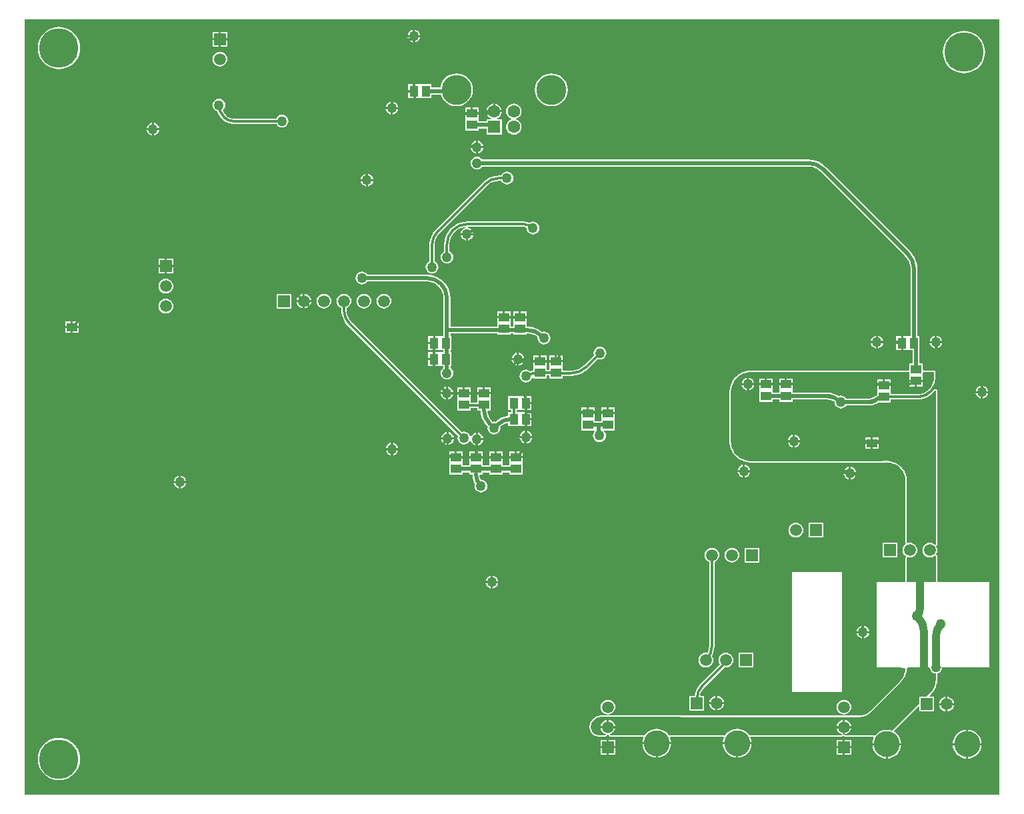
<source format=gbl>
%FSLAX25Y25*%
%MOIN*%
G70*
G01*
G75*
G04 Layer_Physical_Order=2*
G04 Layer_Color=16711680*
%ADD10C,0.01200*%
%ADD11C,0.01100*%
%ADD12C,0.00800*%
%ADD13C,0.00800*%
%ADD14C,0.01200*%
%ADD15C,0.01000*%
%ADD16C,0.02000*%
%ADD17R,0.05512X0.04331*%
%ADD18R,0.04331X0.05512*%
%ADD19O,0.02362X0.05906*%
%ADD20R,0.09055X0.02362*%
%ADD21O,0.02756X0.09843*%
%ADD22R,0.07100X0.07900*%
%ADD23O,0.01181X0.07087*%
%ADD24O,0.07087X0.01181*%
%ADD25O,0.07087X0.02165*%
%ADD26R,0.01772X0.08071*%
%ADD27R,0.01772X0.08071*%
%ADD28R,0.12362X0.09055*%
%ADD29R,0.02000X0.02000*%
%ADD30R,0.04724X0.07874*%
%ADD31R,0.05906X0.05906*%
%ADD32C,0.05906*%
%ADD33R,0.05906X0.05906*%
%ADD34C,0.14961*%
%ADD35R,0.06299X0.06299*%
%ADD36C,0.06299*%
%ADD37C,0.12992*%
%ADD38C,0.05000*%
%ADD39C,0.19685*%
%ADD40C,0.04000*%
G36*
X693777Y306224D02*
X206224D01*
Y693777D01*
X693777D01*
Y306224D01*
D02*
G37*
%LPC*%
G36*
X389500Y478500D02*
X386838D01*
X386882Y478165D01*
X387205Y477386D01*
X387718Y476718D01*
X388386Y476205D01*
X389165Y475882D01*
X389500Y475838D01*
Y478500D01*
D02*
G37*
G36*
X393162D02*
X390500D01*
Y475838D01*
X390835Y475882D01*
X391614Y476205D01*
X392282Y476718D01*
X392795Y477386D01*
X393118Y478165D01*
X393162Y478500D01*
D02*
G37*
G36*
X389500Y482162D02*
X389165Y482118D01*
X388386Y481795D01*
X387718Y481282D01*
X387205Y480614D01*
X386882Y479835D01*
X386838Y479500D01*
X389500D01*
Y482162D01*
D02*
G37*
G36*
X435456Y477818D02*
X432500D01*
Y475453D01*
X435456D01*
Y477818D01*
D02*
G37*
G36*
X441500D02*
X438544D01*
Y475453D01*
X441500D01*
Y477818D01*
D02*
G37*
G36*
X445456D02*
X442500D01*
Y475453D01*
X445456D01*
Y477818D01*
D02*
G37*
G36*
X417327Y483807D02*
X414665D01*
X414709Y483471D01*
X415031Y482693D01*
X415544Y482025D01*
X416213Y481512D01*
X416991Y481189D01*
X417327Y481145D01*
Y483807D01*
D02*
G37*
G36*
X420988D02*
X418327D01*
Y481145D01*
X418662Y481189D01*
X419441Y481512D01*
X420109Y482025D01*
X420622Y482693D01*
X420944Y483471D01*
X420988Y483807D01*
D02*
G37*
G36*
X456500Y484500D02*
X453838D01*
X453882Y484165D01*
X454205Y483386D01*
X454718Y482718D01*
X455386Y482205D01*
X456165Y481882D01*
X456500Y481838D01*
Y484500D01*
D02*
G37*
G36*
X390500Y482162D02*
Y479500D01*
X393162D01*
X393118Y479835D01*
X392795Y480614D01*
X392282Y481282D01*
X391614Y481795D01*
X390835Y482118D01*
X390500Y482162D01*
D02*
G37*
G36*
X366000Y556684D02*
X365046Y556559D01*
X364158Y556191D01*
X363395Y555605D01*
X362809Y554842D01*
X362441Y553954D01*
X362316Y553000D01*
X362441Y552046D01*
X362809Y551158D01*
X363395Y550395D01*
X364158Y549809D01*
X364674Y549595D01*
Y548642D01*
X364665D01*
X364805Y546869D01*
X365220Y545140D01*
X365900Y543496D01*
X366830Y541980D01*
X367985Y540627D01*
X367992Y540634D01*
X423002Y485624D01*
X422882Y485335D01*
X422772Y484500D01*
X422882Y483665D01*
X423205Y482886D01*
X423718Y482218D01*
X424386Y481705D01*
X425165Y481382D01*
X426000Y481272D01*
X426835Y481382D01*
X427614Y481705D01*
X428282Y482218D01*
X428795Y482886D01*
X428883Y483099D01*
X429124Y483131D01*
X429396D01*
X429705Y482386D01*
X430218Y481718D01*
X430886Y481205D01*
X431665Y480882D01*
X432000Y480838D01*
Y483999D01*
Y487162D01*
X431665Y487118D01*
X430886Y486795D01*
X430218Y486282D01*
X429705Y485614D01*
X429617Y485401D01*
X429376Y485369D01*
X429104D01*
X428795Y486114D01*
X428282Y486782D01*
X427614Y487295D01*
X426835Y487618D01*
X426000Y487728D01*
X425165Y487618D01*
X424876Y487498D01*
X369866Y542508D01*
X369817Y542541D01*
X368773Y543813D01*
X367970Y545316D01*
X367475Y546946D01*
X367314Y548584D01*
X367325Y548642D01*
Y549595D01*
X367842Y549809D01*
X368605Y550395D01*
X369191Y551158D01*
X369559Y552046D01*
X369684Y553000D01*
X369559Y553954D01*
X369191Y554842D01*
X368605Y555605D01*
X367842Y556191D01*
X366954Y556559D01*
X366000Y556684D01*
D02*
G37*
G36*
X435662Y483500D02*
X433000D01*
Y480838D01*
X433335Y480882D01*
X434114Y481205D01*
X434782Y481718D01*
X435295Y482386D01*
X435618Y483165D01*
X435662Y483500D01*
D02*
G37*
G36*
X431500Y477818D02*
X428544D01*
Y475453D01*
X431500D01*
Y477818D01*
D02*
G37*
G36*
X618500Y470162D02*
X618165Y470118D01*
X617386Y469795D01*
X616718Y469282D01*
X616205Y468614D01*
X615882Y467835D01*
X615838Y467500D01*
X618500D01*
Y470162D01*
D02*
G37*
G36*
X619500D02*
Y467500D01*
X622162D01*
X622118Y467835D01*
X621795Y468614D01*
X621282Y469282D01*
X620614Y469795D01*
X619835Y470118D01*
X619500Y470162D01*
D02*
G37*
G36*
X565500Y471162D02*
X565165Y471118D01*
X564386Y470795D01*
X563718Y470282D01*
X563205Y469614D01*
X562882Y468835D01*
X562838Y468500D01*
X565500D01*
Y471162D01*
D02*
G37*
G36*
X622162Y466500D02*
X619500D01*
Y463838D01*
X619835Y463882D01*
X620614Y464205D01*
X621282Y464718D01*
X621795Y465386D01*
X622118Y466165D01*
X622162Y466500D01*
D02*
G37*
G36*
X565500Y467500D02*
X562838D01*
X562882Y467165D01*
X563205Y466386D01*
X563718Y465718D01*
X564386Y465205D01*
X565165Y464882D01*
X565500Y464838D01*
Y467500D01*
D02*
G37*
G36*
X569162D02*
X566500D01*
Y464838D01*
X566835Y464882D01*
X567614Y465205D01*
X568282Y465718D01*
X568795Y466386D01*
X569118Y467165D01*
X569162Y467500D01*
D02*
G37*
G36*
X425456Y477818D02*
X422500D01*
Y475453D01*
X425456D01*
Y477818D01*
D02*
G37*
G36*
X451500D02*
X448544D01*
Y475453D01*
X451500D01*
Y477818D01*
D02*
G37*
G36*
X455456D02*
X452500D01*
Y475453D01*
X455456D01*
Y477818D01*
D02*
G37*
G36*
X566500Y471162D02*
Y468500D01*
X569162D01*
X569118Y468835D01*
X568795Y469614D01*
X568282Y470282D01*
X567614Y470795D01*
X566835Y471118D01*
X566500Y471162D01*
D02*
G37*
G36*
X445456Y474453D02*
X438544D01*
Y472266D01*
X438544Y472266D01*
X438544D01*
X438544Y472087D01*
Y471913D01*
D01*
D01*
D01*
X438544D01*
D01*
Y470781D01*
X435456D01*
Y471734D01*
X435456Y471734D01*
D01*
D01*
X435456Y471913D01*
Y471934D01*
Y472000D01*
X435456Y472087D01*
D01*
X435456Y472266D01*
X435456Y472266D01*
X435456D01*
Y474453D01*
X428544D01*
Y472266D01*
X428544Y472266D01*
X428544D01*
X428544Y472087D01*
Y471913D01*
D01*
D01*
D01*
X428544D01*
D01*
Y470781D01*
X425456D01*
Y471734D01*
X425456Y471734D01*
D01*
D01*
X425456Y471913D01*
Y471934D01*
Y472000D01*
X425456Y472087D01*
D01*
X425456Y472266D01*
X425456Y472266D01*
X425456D01*
Y474453D01*
X418544D01*
Y472266D01*
X418544Y472266D01*
X418544D01*
X418544Y472087D01*
Y471913D01*
D01*
D01*
D01*
X418544D01*
D01*
Y466182D01*
X425456D01*
Y467314D01*
X428544D01*
Y466182D01*
X430285D01*
X430448Y464529D01*
X431033Y462600D01*
X431525Y461680D01*
X431382Y461335D01*
X431272Y460500D01*
X431382Y459665D01*
X431705Y458886D01*
X432218Y458218D01*
X432886Y457705D01*
X433665Y457382D01*
X434500Y457272D01*
X435335Y457382D01*
X436114Y457705D01*
X436782Y458218D01*
X437295Y458886D01*
X437618Y459665D01*
X437728Y460500D01*
X437618Y461335D01*
X437295Y462114D01*
X436782Y462782D01*
X436114Y463295D01*
X435335Y463618D01*
X434500Y463728D01*
X434353Y463708D01*
X434236Y463926D01*
X433848Y465205D01*
X433788Y465811D01*
X434124Y466182D01*
X435456D01*
Y467314D01*
X438544D01*
Y466182D01*
X445456D01*
Y467314D01*
X448544D01*
Y466182D01*
X455456D01*
Y471734D01*
X455456Y471734D01*
D01*
D01*
X455456Y471913D01*
Y471934D01*
Y472000D01*
X455456Y472087D01*
D01*
X455456Y472266D01*
X455456Y472266D01*
X455456D01*
Y474453D01*
X448544D01*
Y472266D01*
X448544Y472266D01*
X448544D01*
X448544Y472087D01*
Y471913D01*
D01*
D01*
D01*
X448544D01*
D01*
Y470781D01*
X445456D01*
Y471734D01*
X445456Y471734D01*
D01*
D01*
X445456Y471913D01*
Y471934D01*
Y472000D01*
X445456Y472087D01*
D01*
X445456Y472266D01*
X445456Y472266D01*
X445456D01*
Y474453D01*
D02*
G37*
G36*
X421500Y477818D02*
X418544D01*
Y475453D01*
X421500D01*
Y477818D01*
D02*
G37*
G36*
X460162Y484500D02*
X457500D01*
Y481838D01*
X457835Y481882D01*
X458614Y482205D01*
X459282Y482718D01*
X459795Y483386D01*
X460118Y484165D01*
X460162Y484500D01*
D02*
G37*
G36*
X420662Y506500D02*
X418000D01*
Y503838D01*
X418335Y503882D01*
X419114Y504205D01*
X419782Y504718D01*
X420295Y505386D01*
X420618Y506165D01*
X420662Y506500D01*
D02*
G37*
G36*
X684500Y507000D02*
X681838D01*
X681882Y506665D01*
X682205Y505886D01*
X682718Y505218D01*
X683386Y504705D01*
X684165Y504382D01*
X684500Y504338D01*
Y507000D01*
D02*
G37*
G36*
X688162D02*
X685500D01*
Y504338D01*
X685835Y504382D01*
X686614Y504705D01*
X687282Y505218D01*
X687795Y505886D01*
X688118Y506665D01*
X688162Y507000D01*
D02*
G37*
G36*
X439456Y506453D02*
X432544D01*
Y504266D01*
X432544Y504266D01*
X432544D01*
X432544Y504087D01*
Y503913D01*
D01*
D01*
D01*
X432544D01*
D01*
Y502325D01*
X429456D01*
Y503734D01*
X429456Y503734D01*
D01*
D01*
X429456Y503913D01*
Y503934D01*
Y504000D01*
X429456Y504087D01*
D01*
X429456Y504266D01*
X429456Y504266D01*
X429456D01*
Y506453D01*
X422544D01*
Y504266D01*
X422544Y504266D01*
X422544D01*
X422544Y504087D01*
Y503913D01*
D01*
D01*
D01*
X422544D01*
D01*
Y498182D01*
X429456D01*
Y499675D01*
X432544D01*
Y498182D01*
X434300D01*
X434408Y496806D01*
X434838Y495015D01*
X435543Y493314D01*
X436505Y491744D01*
X437701Y490343D01*
X437703Y490345D01*
X437869Y490235D01*
X437772Y489500D01*
X437882Y488665D01*
X438205Y487886D01*
X438718Y487218D01*
X439386Y486705D01*
X440165Y486382D01*
X441000Y486272D01*
X441835Y486382D01*
X442614Y486705D01*
X443282Y487218D01*
X443795Y487886D01*
X444118Y488665D01*
X444228Y489500D01*
X444141Y490158D01*
X445037Y490893D01*
X446470Y491659D01*
X447780Y492056D01*
X448182Y491759D01*
Y490544D01*
X453913D01*
X453913Y490544D01*
Y490544D01*
X453913D01*
X454087D01*
X454266Y490544D01*
X454266Y490544D01*
Y490544D01*
X456453D01*
Y493999D01*
Y497456D01*
X454266D01*
X454266Y497456D01*
Y497456D01*
X454087Y497456D01*
X454000D01*
X453913D01*
X453734Y497456D01*
X453734Y497456D01*
Y497456D01*
X452373D01*
Y498544D01*
X453913D01*
Y498544D01*
X454087D01*
X454266Y498544D01*
X454266Y498544D01*
Y498544D01*
X456453D01*
Y501999D01*
Y505456D01*
X454266D01*
X454266Y505456D01*
Y505456D01*
X454087Y505456D01*
X454000D01*
X453913D01*
X453734Y505456D01*
X453734Y505456D01*
Y505456D01*
X448182D01*
Y498544D01*
X449722D01*
Y497456D01*
X448182D01*
Y495621D01*
X447806Y495592D01*
X446015Y495162D01*
X444314Y494457D01*
X442744Y493495D01*
X441733Y492631D01*
X441000Y492728D01*
X440265Y492631D01*
X440155Y492797D01*
X440155D01*
X440123Y492798D01*
X439107Y494036D01*
X438341Y495470D01*
X437869Y497025D01*
X437792Y497811D01*
X438128Y498182D01*
X439456D01*
Y503734D01*
X439456Y503734D01*
D01*
D01*
X439456Y503913D01*
Y503934D01*
Y504000D01*
X439456Y504087D01*
D01*
X439456Y504266D01*
X439456Y504266D01*
X439456D01*
Y506453D01*
D02*
G37*
G36*
X459818Y505456D02*
X457453D01*
Y502500D01*
X459818D01*
Y505456D01*
D02*
G37*
G36*
X417000Y506500D02*
X414338D01*
X414382Y506165D01*
X414705Y505386D01*
X415218Y504718D01*
X415886Y504205D01*
X416665Y503882D01*
X417000Y503838D01*
Y506500D01*
D02*
G37*
G36*
X439456Y509818D02*
X436500D01*
Y507453D01*
X439456D01*
Y509818D01*
D02*
G37*
G36*
X417000Y510162D02*
X416665Y510118D01*
X415886Y509795D01*
X415218Y509282D01*
X414705Y508614D01*
X414382Y507835D01*
X414338Y507500D01*
X417000D01*
Y510162D01*
D02*
G37*
G36*
X418000D02*
Y507500D01*
X420662D01*
X420618Y507835D01*
X420295Y508614D01*
X419782Y509282D01*
X419114Y509795D01*
X418335Y510118D01*
X418000Y510162D01*
D02*
G37*
G36*
X425500Y509818D02*
X422544D01*
Y507453D01*
X425500D01*
Y509818D01*
D02*
G37*
G36*
X429456D02*
X426500D01*
Y507453D01*
X429456D01*
Y509818D01*
D02*
G37*
G36*
X435500D02*
X432544D01*
Y507453D01*
X435500D01*
Y509818D01*
D02*
G37*
G36*
X459818Y501500D02*
X457453D01*
Y498544D01*
X459818D01*
Y501500D01*
D02*
G37*
G36*
X456500Y488162D02*
X456165Y488118D01*
X455386Y487795D01*
X454718Y487282D01*
X454205Y486614D01*
X453882Y485835D01*
X453838Y485500D01*
X456500D01*
Y488162D01*
D02*
G37*
G36*
X457500D02*
Y485500D01*
X460162D01*
X460118Y485835D01*
X459795Y486614D01*
X459282Y487282D01*
X458614Y487795D01*
X457835Y488118D01*
X457500Y488162D01*
D02*
G37*
G36*
X459818Y493500D02*
X457453D01*
Y490544D01*
X459818D01*
Y493500D01*
D02*
G37*
G36*
X433000Y487162D02*
Y484500D01*
X435662D01*
X435618Y484835D01*
X435295Y485614D01*
X434782Y486282D01*
X434114Y486795D01*
X433335Y487118D01*
X433000Y487162D01*
D02*
G37*
G36*
X417327Y487469D02*
X416991Y487425D01*
X416213Y487102D01*
X415544Y486589D01*
X415031Y485921D01*
X414709Y485142D01*
X414665Y484807D01*
X417327D01*
Y487469D01*
D02*
G37*
G36*
X418327D02*
Y484807D01*
X420988D01*
X420944Y485142D01*
X420622Y485921D01*
X420109Y486589D01*
X419441Y487102D01*
X418662Y487425D01*
X418327Y487469D01*
D02*
G37*
G36*
X491456Y499818D02*
X488500D01*
Y497453D01*
X491456D01*
Y499818D01*
D02*
G37*
G36*
X497500D02*
X494544D01*
Y497453D01*
X497500D01*
Y499818D01*
D02*
G37*
G36*
X501456D02*
X498500D01*
Y497453D01*
X501456D01*
Y499818D01*
D02*
G37*
G36*
Y496453D02*
X494544D01*
Y494266D01*
X494544Y494266D01*
X494544D01*
X494544Y494087D01*
Y493913D01*
D01*
D01*
D01*
X494544D01*
D01*
Y492781D01*
X491456D01*
Y493734D01*
X491456Y493734D01*
D01*
D01*
X491456Y493913D01*
Y493934D01*
Y494000D01*
X491456Y494087D01*
D01*
X491456Y494266D01*
X491456Y494266D01*
X491456D01*
Y496453D01*
X484544D01*
Y494266D01*
X484544Y494266D01*
X484544D01*
X484544Y494087D01*
Y493913D01*
D01*
D01*
D01*
X484544D01*
D01*
Y488182D01*
X491021D01*
X491243Y487734D01*
X490957Y487361D01*
X490635Y486583D01*
X490525Y485748D01*
X490635Y484912D01*
X490957Y484134D01*
X491470Y483465D01*
X492138Y482952D01*
X492917Y482630D01*
X493752Y482520D01*
X494588Y482630D01*
X495366Y482952D01*
X496035Y483465D01*
X496548Y484134D01*
X496870Y484912D01*
X496980Y485748D01*
X496870Y486583D01*
X496548Y487361D01*
X496035Y488030D01*
X496086Y488182D01*
X501456D01*
Y493734D01*
X501456Y493734D01*
D01*
D01*
X501456Y493913D01*
Y493934D01*
Y494000D01*
X501456Y494087D01*
D01*
X501456Y494266D01*
X501456Y494266D01*
X501456D01*
Y496453D01*
D02*
G37*
G36*
X459818Y497456D02*
X457453D01*
Y494500D01*
X459818D01*
Y497456D01*
D02*
G37*
G36*
X487500Y499818D02*
X484544D01*
Y497453D01*
X487500D01*
Y499818D01*
D02*
G37*
G36*
X619653Y333653D02*
X616500D01*
Y330500D01*
X619653D01*
Y333653D01*
D02*
G37*
G36*
X677079Y338603D02*
X676168Y338513D01*
X674812Y338102D01*
X673561Y337434D01*
X672466Y336534D01*
X671566Y335438D01*
X670898Y334188D01*
X670487Y332832D01*
X670397Y331921D01*
X677079D01*
Y338603D01*
D02*
G37*
G36*
X678079D02*
Y331921D01*
X684760D01*
X684671Y332832D01*
X684259Y334188D01*
X683591Y335438D01*
X682692Y336534D01*
X681596Y337434D01*
X680346Y338102D01*
X678989Y338513D01*
X678079Y338603D01*
D02*
G37*
G36*
X497500Y333653D02*
X494347D01*
Y330500D01*
X497500D01*
Y333653D01*
D02*
G37*
G36*
X501653D02*
X498500D01*
Y330500D01*
X501653D01*
Y333653D01*
D02*
G37*
G36*
X615500D02*
X612347D01*
Y330500D01*
X615500D01*
Y333653D01*
D02*
G37*
G36*
X670961Y351000D02*
X667842D01*
Y347882D01*
X668296Y347941D01*
X669185Y348309D01*
X669948Y348895D01*
X670533Y349658D01*
X670901Y350546D01*
X670961Y351000D01*
D02*
G37*
G36*
X551842Y351500D02*
X548724D01*
X548784Y351046D01*
X549152Y350158D01*
X549737Y349395D01*
X550500Y348809D01*
X551389Y348441D01*
X551842Y348382D01*
Y351500D01*
D02*
G37*
G36*
X555961D02*
X552843D01*
Y348382D01*
X553296Y348441D01*
X554185Y348809D01*
X554948Y349395D01*
X555533Y350158D01*
X555901Y351046D01*
X555961Y351500D01*
D02*
G37*
G36*
X498000Y353684D02*
X497046Y353559D01*
X496158Y353191D01*
X495395Y352605D01*
X494809Y351842D01*
X494441Y350954D01*
X494316Y350000D01*
X494441Y349046D01*
X494809Y348158D01*
X495395Y347395D01*
X496158Y346809D01*
X497046Y346441D01*
X498000Y346316D01*
X498954Y346441D01*
X499842Y346809D01*
X500605Y347395D01*
X501191Y348158D01*
X501559Y349046D01*
X501684Y350000D01*
X501559Y350954D01*
X501191Y351842D01*
X500605Y352605D01*
X499842Y353191D01*
X498954Y353559D01*
X498000Y353684D01*
D02*
G37*
G36*
X616000D02*
X615046Y353559D01*
X614158Y353191D01*
X613395Y352605D01*
X612809Y351842D01*
X612441Y350954D01*
X612316Y350000D01*
X612441Y349046D01*
X612809Y348158D01*
X613395Y347395D01*
X614158Y346809D01*
X615046Y346441D01*
X616000Y346316D01*
X616954Y346441D01*
X617842Y346809D01*
X618605Y347395D01*
X619191Y348158D01*
X619559Y349046D01*
X619684Y350000D01*
X619559Y350954D01*
X619191Y351842D01*
X618605Y352605D01*
X617842Y353191D01*
X616954Y353559D01*
X616000Y353684D01*
D02*
G37*
G36*
X666843Y351000D02*
X663724D01*
X663784Y350546D01*
X664152Y349658D01*
X664737Y348895D01*
X665500Y348309D01*
X666389Y347941D01*
X666843Y347882D01*
Y351000D01*
D02*
G37*
G36*
X619653Y329500D02*
X616500D01*
Y326347D01*
X619653D01*
Y329500D01*
D02*
G37*
G36*
X677079Y330921D02*
X670397D01*
X670487Y330011D01*
X670898Y328654D01*
X671566Y327404D01*
X672466Y326308D01*
X673561Y325409D01*
X674812Y324741D01*
X676168Y324329D01*
X677079Y324240D01*
Y330921D01*
D02*
G37*
G36*
X684760D02*
X678079D01*
Y324240D01*
X678989Y324329D01*
X680346Y324741D01*
X681596Y325409D01*
X682692Y326308D01*
X683591Y327404D01*
X684259Y328654D01*
X684671Y330011D01*
X684760Y330921D01*
D02*
G37*
G36*
X521921Y331421D02*
X515240D01*
X515329Y330511D01*
X515741Y329154D01*
X516409Y327904D01*
X517308Y326808D01*
X518404Y325909D01*
X519654Y325241D01*
X521011Y324829D01*
X521921Y324740D01*
Y331421D01*
D02*
G37*
G36*
X223500Y334575D02*
X221846Y334445D01*
X220232Y334057D01*
X218699Y333422D01*
X217284Y332556D01*
X216022Y331478D01*
X214945Y330216D01*
X214077Y328801D01*
X213442Y327268D01*
X213055Y325654D01*
X212925Y324000D01*
X213055Y322346D01*
X213442Y320732D01*
X214077Y319199D01*
X214945Y317784D01*
X216022Y316522D01*
X217284Y315444D01*
X218699Y314578D01*
X220232Y313943D01*
X221846Y313555D01*
X223500Y313425D01*
X225154Y313555D01*
X226768Y313943D01*
X228301Y314578D01*
X229716Y315444D01*
X230978Y316522D01*
X232055Y317784D01*
X232923Y319199D01*
X233558Y320732D01*
X233945Y322346D01*
X234075Y324000D01*
X233945Y325654D01*
X233558Y327268D01*
X232923Y328801D01*
X232055Y330216D01*
X230978Y331478D01*
X229716Y332556D01*
X228301Y333422D01*
X226768Y334057D01*
X225154Y334445D01*
X223500Y334575D01*
D02*
G37*
G36*
X636921Y330921D02*
X630240D01*
X630329Y330011D01*
X630741Y328654D01*
X631409Y327404D01*
X632308Y326308D01*
X633404Y325409D01*
X634654Y324741D01*
X636011Y324329D01*
X636921Y324240D01*
Y330921D01*
D02*
G37*
G36*
X644603D02*
X637921D01*
Y324240D01*
X638832Y324329D01*
X640188Y324741D01*
X641438Y325409D01*
X642534Y326308D01*
X643434Y327404D01*
X644102Y328654D01*
X644513Y330011D01*
X644603Y330921D01*
D02*
G37*
G36*
X497500Y329500D02*
X494347D01*
Y326347D01*
X497500D01*
Y329500D01*
D02*
G37*
G36*
X501653D02*
X498500D01*
Y326347D01*
X501653D01*
Y329500D01*
D02*
G37*
G36*
X615500D02*
X612347D01*
Y326347D01*
X615500D01*
Y329500D01*
D02*
G37*
G36*
X529603Y331421D02*
X522921D01*
Y324740D01*
X523832Y324829D01*
X525188Y325241D01*
X526439Y325909D01*
X527534Y326808D01*
X528434Y327904D01*
X529102Y329154D01*
X529513Y330511D01*
X529603Y331421D01*
D02*
G37*
G36*
X562079D02*
X555397D01*
X555487Y330511D01*
X555898Y329154D01*
X556566Y327904D01*
X557466Y326808D01*
X558562Y325909D01*
X559812Y325241D01*
X561168Y324829D01*
X562079Y324740D01*
Y331421D01*
D02*
G37*
G36*
X569760D02*
X563079D01*
Y324740D01*
X563989Y324829D01*
X565346Y325241D01*
X566596Y325909D01*
X567692Y326808D01*
X568591Y327904D01*
X569259Y329154D01*
X569671Y330511D01*
X569760Y331421D01*
D02*
G37*
G36*
X666843Y355118D02*
X666389Y355059D01*
X665500Y354691D01*
X664737Y354105D01*
X664152Y353342D01*
X663784Y352454D01*
X663724Y352000D01*
X666843D01*
Y355118D01*
D02*
G37*
G36*
X573653Y429653D02*
X566347D01*
Y422347D01*
X573653D01*
Y429653D01*
D02*
G37*
G36*
X642653Y432153D02*
X635347D01*
Y424847D01*
X642653D01*
Y432153D01*
D02*
G37*
G36*
X592000Y442184D02*
X591046Y442059D01*
X590158Y441691D01*
X589395Y441105D01*
X588809Y440342D01*
X588441Y439454D01*
X588316Y438500D01*
X588441Y437546D01*
X588809Y436658D01*
X589395Y435895D01*
X590158Y435309D01*
X591046Y434941D01*
X592000Y434816D01*
X592954Y434941D01*
X593842Y435309D01*
X594605Y435895D01*
X595191Y436658D01*
X595559Y437546D01*
X595684Y438500D01*
X595559Y439454D01*
X595191Y440342D01*
X594605Y441105D01*
X593842Y441691D01*
X592954Y442059D01*
X592000Y442184D01*
D02*
G37*
G36*
X439500Y415662D02*
X439165Y415618D01*
X438386Y415295D01*
X437718Y414782D01*
X437205Y414114D01*
X436882Y413335D01*
X436838Y413000D01*
X439500D01*
Y415662D01*
D02*
G37*
G36*
X440500D02*
Y413000D01*
X443162D01*
X443118Y413335D01*
X442795Y414114D01*
X442282Y414782D01*
X441614Y415295D01*
X440835Y415618D01*
X440500Y415662D01*
D02*
G37*
G36*
X560000Y429684D02*
X559046Y429559D01*
X558158Y429191D01*
X557395Y428605D01*
X556809Y427842D01*
X556441Y426954D01*
X556316Y426000D01*
X556441Y425046D01*
X556809Y424158D01*
X557395Y423395D01*
X558158Y422809D01*
X559046Y422441D01*
X560000Y422316D01*
X560954Y422441D01*
X561842Y422809D01*
X562605Y423395D01*
X563191Y424158D01*
X563559Y425046D01*
X563684Y426000D01*
X563559Y426954D01*
X563191Y427842D01*
X562605Y428605D01*
X561842Y429191D01*
X560954Y429559D01*
X560000Y429684D01*
D02*
G37*
G36*
X283500Y465662D02*
X283165Y465618D01*
X282386Y465295D01*
X281718Y464782D01*
X281205Y464114D01*
X280882Y463335D01*
X280838Y463000D01*
X283500D01*
Y465662D01*
D02*
G37*
G36*
X284500D02*
Y463000D01*
X287162D01*
X287118Y463335D01*
X286795Y464114D01*
X286282Y464782D01*
X285614Y465295D01*
X284835Y465618D01*
X284500Y465662D01*
D02*
G37*
G36*
X618500Y466500D02*
X615838D01*
X615882Y466165D01*
X616205Y465386D01*
X616718Y464718D01*
X617386Y464205D01*
X618165Y463882D01*
X618500Y463838D01*
Y466500D01*
D02*
G37*
G36*
X605653Y442153D02*
X598347D01*
Y434847D01*
X605653D01*
Y442153D01*
D02*
G37*
G36*
X283500Y462000D02*
X280838D01*
X280882Y461665D01*
X281205Y460886D01*
X281718Y460218D01*
X282386Y459705D01*
X283165Y459382D01*
X283500Y459338D01*
Y462000D01*
D02*
G37*
G36*
X287162D02*
X284500D01*
Y459338D01*
X284835Y459382D01*
X285614Y459705D01*
X286282Y460218D01*
X286795Y460886D01*
X287118Y461665D01*
X287162Y462000D01*
D02*
G37*
G36*
X443162Y412000D02*
X440500D01*
Y409338D01*
X440835Y409382D01*
X441614Y409705D01*
X442282Y410218D01*
X442795Y410886D01*
X443118Y411665D01*
X443162Y412000D01*
D02*
G37*
G36*
X615000Y417500D02*
X590000D01*
Y357500D01*
X615000D01*
Y417500D01*
D02*
G37*
G36*
X557000Y377184D02*
X556046Y377059D01*
X555158Y376691D01*
X554395Y376105D01*
X553809Y375342D01*
X553441Y374454D01*
X553316Y373500D01*
X553441Y372546D01*
X553809Y371658D01*
X554015Y371390D01*
X544492Y361866D01*
X544485Y361873D01*
X543330Y360520D01*
X542401Y359004D01*
X541720Y357361D01*
X541310Y355653D01*
X538847D01*
Y348347D01*
X546153D01*
Y355653D01*
X544425D01*
X544127Y356054D01*
X544470Y357184D01*
X545273Y358687D01*
X546317Y359959D01*
X546366Y359992D01*
X556284Y369910D01*
X557000Y369816D01*
X557954Y369941D01*
X558842Y370309D01*
X559605Y370895D01*
X560191Y371658D01*
X560559Y372546D01*
X560684Y373500D01*
X560559Y374454D01*
X560191Y375342D01*
X559605Y376105D01*
X558842Y376691D01*
X557954Y377059D01*
X557000Y377184D01*
D02*
G37*
G36*
X570653Y377153D02*
X563347D01*
Y369847D01*
X570653D01*
Y377153D01*
D02*
G37*
G36*
X667842Y355118D02*
Y352000D01*
X670961D01*
X670901Y352454D01*
X670533Y353342D01*
X669948Y354105D01*
X669185Y354691D01*
X668296Y355059D01*
X667842Y355118D01*
D02*
G37*
G36*
X551842Y355618D02*
X551389Y355559D01*
X550500Y355191D01*
X549737Y354605D01*
X549152Y353842D01*
X548784Y352954D01*
X548724Y352500D01*
X551842D01*
Y355618D01*
D02*
G37*
G36*
X552843D02*
Y352500D01*
X555961D01*
X555901Y352954D01*
X555533Y353842D01*
X554948Y354605D01*
X554185Y355191D01*
X553296Y355559D01*
X552843Y355618D01*
D02*
G37*
G36*
X625000Y390662D02*
X624665Y390618D01*
X623886Y390295D01*
X623218Y389782D01*
X622705Y389114D01*
X622382Y388335D01*
X622338Y388000D01*
X625000D01*
Y390662D01*
D02*
G37*
G36*
X626000D02*
Y388000D01*
X628662D01*
X628618Y388335D01*
X628295Y389114D01*
X627782Y389782D01*
X627114Y390295D01*
X626335Y390618D01*
X626000Y390662D01*
D02*
G37*
G36*
X439500Y412000D02*
X436838D01*
X436882Y411665D01*
X437205Y410886D01*
X437718Y410218D01*
X438386Y409705D01*
X439165Y409382D01*
X439500Y409338D01*
Y412000D01*
D02*
G37*
G36*
X550000Y429684D02*
X549046Y429559D01*
X548158Y429191D01*
X547395Y428605D01*
X546809Y427842D01*
X546441Y426954D01*
X546316Y426000D01*
X546441Y425046D01*
X546809Y424158D01*
X547395Y423395D01*
X548158Y422809D01*
X548674Y422595D01*
Y380642D01*
X548686Y380584D01*
X548525Y378946D01*
X548030Y377316D01*
X547897Y377066D01*
X547000Y377184D01*
X546046Y377059D01*
X545158Y376691D01*
X544395Y376105D01*
X543809Y375342D01*
X543441Y374454D01*
X543316Y373500D01*
X543441Y372546D01*
X543809Y371658D01*
X544395Y370895D01*
X545158Y370309D01*
X546046Y369941D01*
X547000Y369816D01*
X547954Y369941D01*
X548842Y370309D01*
X549605Y370895D01*
X550191Y371658D01*
X550559Y372546D01*
X550684Y373500D01*
X550559Y374454D01*
X550191Y375342D01*
X550087Y375477D01*
X550100Y375496D01*
X550780Y377139D01*
X551195Y378869D01*
X551335Y380642D01*
X551326D01*
Y422595D01*
X551842Y422809D01*
X552605Y423395D01*
X553191Y424158D01*
X553559Y425046D01*
X553684Y426000D01*
X553559Y426954D01*
X553191Y427842D01*
X552605Y428605D01*
X551842Y429191D01*
X550954Y429559D01*
X550000Y429684D01*
D02*
G37*
G36*
X625000Y387000D02*
X622338D01*
X622382Y386665D01*
X622705Y385886D01*
X623218Y385218D01*
X623886Y384705D01*
X624665Y384382D01*
X625000Y384338D01*
Y387000D01*
D02*
G37*
G36*
X628662D02*
X626000D01*
Y384338D01*
X626335Y384382D01*
X627114Y384705D01*
X627782Y385218D01*
X628295Y385886D01*
X628618Y386665D01*
X628662Y387000D01*
D02*
G37*
G36*
X377000Y613000D02*
X374338D01*
X374382Y612665D01*
X374705Y611886D01*
X375218Y611218D01*
X375886Y610705D01*
X376665Y610382D01*
X377000Y610338D01*
Y613000D01*
D02*
G37*
G36*
X380662D02*
X378000D01*
Y610338D01*
X378335Y610382D01*
X379114Y610705D01*
X379782Y611218D01*
X380295Y611886D01*
X380618Y612665D01*
X380662Y613000D01*
D02*
G37*
G36*
X377000Y616662D02*
X376665Y616618D01*
X375886Y616295D01*
X375218Y615782D01*
X374705Y615114D01*
X374382Y614335D01*
X374338Y614000D01*
X377000D01*
Y616662D01*
D02*
G37*
G36*
X455672Y592839D02*
Y592826D01*
X427642D01*
Y592835D01*
X425869Y592695D01*
X424139Y592280D01*
X422496Y591600D01*
X420980Y590670D01*
X419627Y589515D01*
X419627Y589515D01*
X419485Y589373D01*
X419485Y589373D01*
X418330Y588020D01*
X417401Y586504D01*
X416720Y584861D01*
X416305Y583131D01*
X416165Y581358D01*
X416175D01*
Y577915D01*
X415886Y577795D01*
X415218Y577282D01*
X414705Y576614D01*
X414382Y575835D01*
X414272Y575000D01*
X414382Y574165D01*
X414705Y573386D01*
X415218Y572718D01*
X415886Y572205D01*
X416665Y571882D01*
X417500Y571772D01*
X418335Y571882D01*
X419114Y572205D01*
X419782Y572718D01*
X420295Y573386D01*
X420618Y574165D01*
X420728Y575000D01*
X420618Y575835D01*
X420295Y576614D01*
X419782Y577282D01*
X419114Y577795D01*
X418825Y577915D01*
Y581358D01*
X418814Y581416D01*
X418975Y583054D01*
X419470Y584684D01*
X420273Y586187D01*
X421317Y587459D01*
X421366Y587492D01*
X421508Y587634D01*
X421541Y587683D01*
X422813Y588727D01*
X424316Y589530D01*
X425946Y590025D01*
X426483Y590078D01*
X426604Y589593D01*
X425886Y589295D01*
X425218Y588782D01*
X424705Y588114D01*
X424382Y587335D01*
X424338Y587000D01*
X430662D01*
X430618Y587335D01*
X430295Y588114D01*
X429782Y588782D01*
X429114Y589295D01*
X428335Y589618D01*
X428335Y589618D01*
X428335D01*
X427912Y589938D01*
X427928Y590174D01*
X455672D01*
X455740Y590188D01*
X456985Y590024D01*
X457289Y589628D01*
X457272Y589500D01*
X457382Y588665D01*
X457705Y587886D01*
X458218Y587218D01*
X458886Y586705D01*
X459665Y586382D01*
X460500Y586272D01*
X461335Y586382D01*
X462114Y586705D01*
X462782Y587218D01*
X463295Y587886D01*
X463618Y588665D01*
X463728Y589500D01*
X463618Y590335D01*
X463295Y591114D01*
X462782Y591782D01*
X462114Y592295D01*
X461335Y592618D01*
X460500Y592728D01*
X459665Y592618D01*
X458886Y592295D01*
X458788Y592220D01*
X457265Y592682D01*
X455672Y592839D01*
D02*
G37*
G36*
X280653Y574153D02*
X277500D01*
Y571000D01*
X280653D01*
Y574153D01*
D02*
G37*
G36*
X427000Y586000D02*
X424338D01*
X424382Y585665D01*
X424705Y584886D01*
X425218Y584218D01*
X425886Y583705D01*
X426665Y583382D01*
X427000Y583338D01*
Y586000D01*
D02*
G37*
G36*
X430662D02*
X428000D01*
Y583338D01*
X428335Y583382D01*
X429114Y583705D01*
X429782Y584218D01*
X430295Y584886D01*
X430618Y585665D01*
X430662Y586000D01*
D02*
G37*
G36*
X432000Y633162D02*
X431665Y633118D01*
X430886Y632795D01*
X430218Y632282D01*
X429705Y631614D01*
X429382Y630835D01*
X429338Y630500D01*
X432000D01*
Y633162D01*
D02*
G37*
G36*
X433000D02*
Y630500D01*
X435662D01*
X435618Y630835D01*
X435295Y631614D01*
X434782Y632282D01*
X434114Y632795D01*
X433335Y633118D01*
X433000Y633162D01*
D02*
G37*
G36*
X270000Y638500D02*
X267338D01*
X267382Y638165D01*
X267705Y637386D01*
X268218Y636718D01*
X268886Y636205D01*
X269665Y635882D01*
X270000Y635838D01*
Y638500D01*
D02*
G37*
G36*
X435662Y629500D02*
X433000D01*
Y626838D01*
X433335Y626882D01*
X434114Y627205D01*
X434782Y627718D01*
X435295Y628386D01*
X435618Y629165D01*
X435662Y629500D01*
D02*
G37*
G36*
X378000Y616662D02*
Y614000D01*
X380662D01*
X380618Y614335D01*
X380295Y615114D01*
X379782Y615782D01*
X379114Y616295D01*
X378335Y616618D01*
X378000Y616662D01*
D02*
G37*
G36*
X447500Y617728D02*
X446665Y617618D01*
X445886Y617295D01*
X445218Y616782D01*
X444705Y616114D01*
X444585Y615826D01*
X443642D01*
Y615835D01*
X441869Y615695D01*
X440139Y615280D01*
X438496Y614600D01*
X436980Y613670D01*
X435627Y612515D01*
X435634Y612508D01*
X411992Y588866D01*
X411985Y588873D01*
X410830Y587520D01*
X409901Y586004D01*
X409220Y584361D01*
X408805Y582631D01*
X408665Y580858D01*
X408674D01*
Y572915D01*
X408386Y572795D01*
X407718Y572282D01*
X407205Y571614D01*
X406882Y570835D01*
X406772Y570000D01*
X406882Y569165D01*
X407205Y568386D01*
X407718Y567718D01*
X408386Y567205D01*
X409165Y566882D01*
X410000Y566772D01*
X410835Y566882D01*
X411614Y567205D01*
X412282Y567718D01*
X412795Y568386D01*
X413118Y569165D01*
X413228Y570000D01*
X413118Y570835D01*
X412795Y571614D01*
X412282Y572282D01*
X411614Y572795D01*
X411326Y572915D01*
Y580858D01*
X411314Y580916D01*
X411475Y582554D01*
X411970Y584184D01*
X412773Y585687D01*
X413817Y586959D01*
X413866Y586992D01*
X437508Y610634D01*
X437541Y610683D01*
X438813Y611727D01*
X440316Y612530D01*
X441946Y613025D01*
X443584Y613186D01*
X443642Y613174D01*
X444585D01*
X444705Y612886D01*
X445218Y612218D01*
X445886Y611705D01*
X446665Y611382D01*
X447500Y611272D01*
X448335Y611382D01*
X449114Y611705D01*
X449782Y612218D01*
X450295Y612886D01*
X450618Y613665D01*
X450728Y614500D01*
X450618Y615335D01*
X450295Y616114D01*
X449782Y616782D01*
X449114Y617295D01*
X448335Y617618D01*
X447500Y617728D01*
D02*
G37*
G36*
X432000Y629500D02*
X429338D01*
X429382Y629165D01*
X429705Y628386D01*
X430218Y627718D01*
X430886Y627205D01*
X431665Y626882D01*
X432000Y626838D01*
Y629500D01*
D02*
G37*
G36*
X386000Y556684D02*
X385046Y556559D01*
X384158Y556191D01*
X383395Y555605D01*
X382809Y554842D01*
X382441Y553954D01*
X382316Y553000D01*
X382441Y552046D01*
X382809Y551158D01*
X383395Y550395D01*
X384158Y549809D01*
X385046Y549441D01*
X386000Y549316D01*
X386954Y549441D01*
X387842Y549809D01*
X388605Y550395D01*
X389191Y551158D01*
X389559Y552046D01*
X389684Y553000D01*
X389559Y553954D01*
X389191Y554842D01*
X388605Y555605D01*
X387842Y556191D01*
X386954Y556559D01*
X386000Y556684D01*
D02*
G37*
G36*
X339653Y556653D02*
X332347D01*
Y549347D01*
X339653D01*
Y556653D01*
D02*
G37*
G36*
X345500Y552500D02*
X342382D01*
X342441Y552046D01*
X342809Y551158D01*
X343395Y550395D01*
X344158Y549809D01*
X345046Y549441D01*
X345500Y549382D01*
Y552500D01*
D02*
G37*
G36*
X376000Y556684D02*
X375046Y556559D01*
X374158Y556191D01*
X373395Y555605D01*
X372809Y554842D01*
X372441Y553954D01*
X372316Y553000D01*
X372441Y552046D01*
X372809Y551158D01*
X373395Y550395D01*
X374158Y549809D01*
X375046Y549441D01*
X376000Y549316D01*
X376954Y549441D01*
X377842Y549809D01*
X378605Y550395D01*
X379191Y551158D01*
X379559Y552046D01*
X379684Y553000D01*
X379559Y553954D01*
X379191Y554842D01*
X378605Y555605D01*
X377842Y556191D01*
X376954Y556559D01*
X376000Y556684D01*
D02*
G37*
G36*
X457456Y547818D02*
X454500D01*
Y545453D01*
X457456D01*
Y547818D01*
D02*
G37*
G36*
X277000Y554184D02*
X276046Y554059D01*
X275158Y553691D01*
X274395Y553105D01*
X273809Y552342D01*
X273441Y551454D01*
X273316Y550500D01*
X273441Y549546D01*
X273809Y548658D01*
X274395Y547895D01*
X275158Y547309D01*
X276046Y546941D01*
X277000Y546816D01*
X277954Y546941D01*
X278842Y547309D01*
X279605Y547895D01*
X280191Y548658D01*
X280559Y549546D01*
X280684Y550500D01*
X280559Y551454D01*
X280191Y552342D01*
X279605Y553105D01*
X278842Y553691D01*
X277954Y554059D01*
X277000Y554184D01*
D02*
G37*
G36*
X356000Y556684D02*
X355046Y556559D01*
X354158Y556191D01*
X353395Y555605D01*
X352809Y554842D01*
X352441Y553954D01*
X352316Y553000D01*
X352441Y552046D01*
X352809Y551158D01*
X353395Y550395D01*
X354158Y549809D01*
X355046Y549441D01*
X356000Y549316D01*
X356954Y549441D01*
X357842Y549809D01*
X358605Y550395D01*
X359191Y551158D01*
X359559Y552046D01*
X359684Y553000D01*
X359559Y553954D01*
X359191Y554842D01*
X358605Y555605D01*
X357842Y556191D01*
X356954Y556559D01*
X356000Y556684D01*
D02*
G37*
G36*
X276500Y570000D02*
X273347D01*
Y566847D01*
X276500D01*
Y570000D01*
D02*
G37*
G36*
X280653D02*
X277500D01*
Y566847D01*
X280653D01*
Y570000D01*
D02*
G37*
G36*
X276500Y574153D02*
X273347D01*
Y571000D01*
X276500D01*
Y574153D01*
D02*
G37*
G36*
X277000Y564184D02*
X276046Y564059D01*
X275158Y563691D01*
X274395Y563105D01*
X273809Y562342D01*
X273441Y561454D01*
X273316Y560500D01*
X273441Y559546D01*
X273809Y558658D01*
X274395Y557895D01*
X275158Y557309D01*
X276046Y556941D01*
X277000Y556816D01*
X277954Y556941D01*
X278842Y557309D01*
X279605Y557895D01*
X280191Y558658D01*
X280559Y559546D01*
X280684Y560500D01*
X280559Y561454D01*
X280191Y562342D01*
X279605Y563105D01*
X278842Y563691D01*
X277954Y564059D01*
X277000Y564184D01*
D02*
G37*
G36*
X349618Y552500D02*
X346500D01*
Y549382D01*
X346954Y549441D01*
X347842Y549809D01*
X348605Y550395D01*
X349191Y551158D01*
X349559Y552046D01*
X349618Y552500D01*
D02*
G37*
G36*
X345500Y556618D02*
X345046Y556559D01*
X344158Y556191D01*
X343395Y555605D01*
X342809Y554842D01*
X342441Y553954D01*
X342382Y553500D01*
X345500D01*
Y556618D01*
D02*
G37*
G36*
X346500D02*
Y553500D01*
X349618D01*
X349559Y553954D01*
X349191Y554842D01*
X348605Y555605D01*
X347842Y556191D01*
X346954Y556559D01*
X346500Y556618D01*
D02*
G37*
G36*
X273662Y638500D02*
X271000D01*
Y635838D01*
X271335Y635882D01*
X272114Y636205D01*
X272782Y636718D01*
X273295Y637386D01*
X273618Y638165D01*
X273662Y638500D01*
D02*
G37*
G36*
X223500Y690075D02*
X221846Y689945D01*
X220232Y689558D01*
X218699Y688923D01*
X217284Y688056D01*
X216022Y686978D01*
X214945Y685716D01*
X214077Y684301D01*
X213442Y682768D01*
X213055Y681154D01*
X212925Y679500D01*
X213055Y677846D01*
X213442Y676232D01*
X214077Y674699D01*
X214945Y673284D01*
X216022Y672022D01*
X217284Y670944D01*
X218699Y670078D01*
X220232Y669443D01*
X221846Y669055D01*
X223500Y668925D01*
X225154Y669055D01*
X226768Y669443D01*
X228301Y670078D01*
X229716Y670944D01*
X230978Y672022D01*
X232055Y673284D01*
X232923Y674699D01*
X233558Y676232D01*
X233945Y677846D01*
X234075Y679500D01*
X233945Y681154D01*
X233558Y682768D01*
X232923Y684301D01*
X232055Y685716D01*
X230978Y686978D01*
X229716Y688056D01*
X228301Y688923D01*
X226768Y689558D01*
X225154Y689945D01*
X223500Y690075D01*
D02*
G37*
G36*
X304000Y677684D02*
X303046Y677559D01*
X302158Y677191D01*
X301395Y676605D01*
X300809Y675842D01*
X300441Y674954D01*
X300316Y674000D01*
X300441Y673046D01*
X300809Y672158D01*
X301395Y671395D01*
X302158Y670809D01*
X303046Y670441D01*
X304000Y670316D01*
X304954Y670441D01*
X305842Y670809D01*
X306605Y671395D01*
X307191Y672158D01*
X307559Y673046D01*
X307684Y674000D01*
X307559Y674954D01*
X307191Y675842D01*
X306605Y676605D01*
X305842Y677191D01*
X304954Y677559D01*
X304000Y677684D01*
D02*
G37*
G36*
X303500Y683500D02*
X300347D01*
Y680347D01*
X303500D01*
Y683500D01*
D02*
G37*
G36*
X676000Y688075D02*
X674346Y687945D01*
X672732Y687558D01*
X671199Y686923D01*
X669784Y686056D01*
X668522Y684978D01*
X667445Y683716D01*
X666577Y682301D01*
X665942Y680768D01*
X665555Y679154D01*
X665425Y677500D01*
X665555Y675846D01*
X665942Y674232D01*
X666577Y672699D01*
X667445Y671284D01*
X668522Y670022D01*
X669784Y668945D01*
X671199Y668078D01*
X672732Y667443D01*
X674346Y667055D01*
X676000Y666925D01*
X677654Y667055D01*
X679268Y667443D01*
X680801Y668078D01*
X682216Y668945D01*
X683478Y670022D01*
X684555Y671284D01*
X685423Y672699D01*
X686058Y674232D01*
X686445Y675846D01*
X686575Y677500D01*
X686445Y679154D01*
X686058Y680768D01*
X685423Y682301D01*
X684555Y683716D01*
X683478Y684978D01*
X682216Y686056D01*
X680801Y686923D01*
X679268Y687558D01*
X677654Y687945D01*
X676000Y688075D01*
D02*
G37*
G36*
X400547Y657500D02*
X398182D01*
Y654544D01*
X400547D01*
Y657500D01*
D02*
G37*
G36*
Y661456D02*
X398182D01*
Y658500D01*
X400547D01*
Y661456D01*
D02*
G37*
G36*
X422299Y666826D02*
X420696Y666668D01*
X419154Y666200D01*
X417732Y665441D01*
X416487Y664419D01*
X415465Y663173D01*
X414705Y661752D01*
X414237Y660210D01*
X414190Y659733D01*
X409818D01*
Y661456D01*
X404266D01*
X404266Y661456D01*
Y661456D01*
X404087Y661456D01*
X404000D01*
X403913D01*
X403734Y661456D01*
X403734Y661456D01*
Y661456D01*
X401547D01*
Y657999D01*
Y654544D01*
X403913D01*
Y654544D01*
X404087D01*
X404266Y654544D01*
X404266Y654544D01*
Y654544D01*
X409818D01*
Y656267D01*
X414461D01*
X414705Y655461D01*
X415465Y654040D01*
X416487Y652794D01*
X417732Y651772D01*
X419154Y651012D01*
X420696Y650544D01*
X422299Y650386D01*
X423903Y650544D01*
X425445Y651012D01*
X426866Y651772D01*
X428112Y652794D01*
X429134Y654040D01*
X429893Y655461D01*
X430361Y657003D01*
X430519Y658606D01*
X430361Y660210D01*
X429893Y661752D01*
X429134Y663173D01*
X428112Y664419D01*
X426866Y665441D01*
X425445Y666200D01*
X423903Y666668D01*
X422299Y666826D01*
D02*
G37*
G36*
X307653Y687653D02*
X304500D01*
Y684500D01*
X307653D01*
Y687653D01*
D02*
G37*
G36*
X400500Y688662D02*
X400165Y688618D01*
X399386Y688295D01*
X398718Y687782D01*
X398205Y687114D01*
X397882Y686335D01*
X397838Y686000D01*
X400500D01*
Y688662D01*
D02*
G37*
G36*
X401500D02*
Y686000D01*
X404162D01*
X404118Y686335D01*
X403795Y687114D01*
X403282Y687782D01*
X402614Y688295D01*
X401835Y688618D01*
X401500Y688662D01*
D02*
G37*
G36*
X303500Y687653D02*
X300347D01*
Y684500D01*
X303500D01*
Y687653D01*
D02*
G37*
G36*
X307653Y683500D02*
X304500D01*
Y680347D01*
X307653D01*
Y683500D01*
D02*
G37*
G36*
X400500Y685000D02*
X397838D01*
X397882Y684665D01*
X398205Y683886D01*
X398718Y683218D01*
X399386Y682705D01*
X400165Y682382D01*
X400500Y682338D01*
Y685000D01*
D02*
G37*
G36*
X404162D02*
X401500D01*
Y682338D01*
X401835Y682382D01*
X402614Y682705D01*
X403282Y683218D01*
X403795Y683886D01*
X404118Y684665D01*
X404162Y685000D01*
D02*
G37*
G36*
X444896Y647437D02*
X437262D01*
X437328Y646932D01*
X437716Y645996D01*
X438333Y645191D01*
X439137Y644574D01*
X439551Y644403D01*
X439454Y643913D01*
X437229D01*
Y642781D01*
X433456D01*
Y643734D01*
X433456Y643734D01*
D01*
D01*
X433456Y643913D01*
Y643934D01*
Y644000D01*
X433456Y644087D01*
D01*
X433456Y644266D01*
X433456Y644266D01*
X433456D01*
Y646453D01*
X426544D01*
Y644266D01*
X426544Y644266D01*
X426544D01*
X426544Y644087D01*
Y643913D01*
D01*
D01*
D01*
X426544D01*
D01*
Y638182D01*
X433456D01*
Y639314D01*
X437229D01*
Y636213D01*
X444928D01*
Y643913D01*
X442704D01*
X442606Y644403D01*
X443020Y644574D01*
X443824Y645191D01*
X444441Y645996D01*
X444829Y646932D01*
X444896Y647437D01*
D02*
G37*
G36*
X389500Y649000D02*
X386838D01*
X386882Y648665D01*
X387205Y647886D01*
X387718Y647218D01*
X388386Y646705D01*
X389165Y646382D01*
X389500Y646338D01*
Y649000D01*
D02*
G37*
G36*
X393162D02*
X390500D01*
Y646338D01*
X390835Y646382D01*
X391614Y646705D01*
X392282Y647218D01*
X392795Y647886D01*
X393118Y648665D01*
X393162Y649000D01*
D02*
G37*
G36*
X303500Y654228D02*
X302665Y654118D01*
X301886Y653795D01*
X301218Y653282D01*
X300705Y652614D01*
X300382Y651835D01*
X300272Y651000D01*
X300382Y650165D01*
X300705Y649386D01*
X301218Y648718D01*
X301886Y648205D01*
X302665Y647882D01*
X302683Y647880D01*
X303153Y646743D01*
X304083Y645227D01*
X305238Y643874D01*
X305237Y643873D01*
X306380Y642935D01*
X307684Y642238D01*
X309099Y641809D01*
X310571Y641664D01*
Y641675D01*
X332085D01*
X332205Y641386D01*
X332718Y640718D01*
X333386Y640205D01*
X334165Y639882D01*
X335000Y639772D01*
X335835Y639882D01*
X336614Y640205D01*
X337282Y640718D01*
X337795Y641386D01*
X338118Y642165D01*
X338228Y643000D01*
X338118Y643835D01*
X337795Y644614D01*
X337282Y645282D01*
X336614Y645795D01*
X335835Y646118D01*
X335000Y646228D01*
X334165Y646118D01*
X333386Y645795D01*
X332718Y645282D01*
X332205Y644614D01*
X332085Y644325D01*
X310571D01*
X310519Y644315D01*
X309303Y644475D01*
X308122Y644964D01*
X307149Y645711D01*
X307119Y645755D01*
X307070Y645788D01*
X306026Y647060D01*
X305327Y648368D01*
X305782Y648718D01*
X306295Y649386D01*
X306618Y650165D01*
X306728Y651000D01*
X306618Y651835D01*
X306295Y652614D01*
X305782Y653282D01*
X305114Y653795D01*
X304335Y654118D01*
X303500Y654228D01*
D02*
G37*
G36*
X450921Y651820D02*
X449916Y651687D01*
X448980Y651300D01*
X448176Y650683D01*
X447559Y649878D01*
X447171Y648942D01*
X447038Y647937D01*
X447171Y646932D01*
X447559Y645996D01*
X448176Y645191D01*
X448980Y644574D01*
X449763Y644250D01*
Y643750D01*
X448980Y643426D01*
X448176Y642809D01*
X447559Y642004D01*
X447171Y641068D01*
X447038Y640063D01*
X447171Y639058D01*
X447559Y638122D01*
X448176Y637317D01*
X448980Y636700D01*
X449916Y636312D01*
X450921Y636180D01*
X451926Y636312D01*
X452863Y636700D01*
X453667Y637317D01*
X454284Y638122D01*
X454672Y639058D01*
X454804Y640063D01*
X454672Y641068D01*
X454284Y642004D01*
X453667Y642809D01*
X452863Y643426D01*
X452079Y643750D01*
Y644250D01*
X452863Y644574D01*
X453667Y645191D01*
X454284Y645996D01*
X454672Y646932D01*
X454804Y647937D01*
X454672Y648942D01*
X454284Y649878D01*
X453667Y650683D01*
X452863Y651300D01*
X451926Y651687D01*
X450921Y651820D01*
D02*
G37*
G36*
X270000Y642162D02*
X269665Y642118D01*
X268886Y641795D01*
X268218Y641282D01*
X267705Y640614D01*
X267382Y639835D01*
X267338Y639500D01*
X270000D01*
Y642162D01*
D02*
G37*
G36*
X271000D02*
Y639500D01*
X273662D01*
X273618Y639835D01*
X273295Y640614D01*
X272782Y641282D01*
X272114Y641795D01*
X271335Y642118D01*
X271000Y642162D01*
D02*
G37*
G36*
X389500Y652662D02*
X389165Y652618D01*
X388386Y652295D01*
X387718Y651782D01*
X387205Y651114D01*
X386882Y650335D01*
X386838Y650000D01*
X389500D01*
Y652662D01*
D02*
G37*
G36*
X390500D02*
Y650000D01*
X393162D01*
X393118Y650335D01*
X392795Y651114D01*
X392282Y651782D01*
X391614Y652295D01*
X390835Y652618D01*
X390500Y652662D01*
D02*
G37*
G36*
X469701Y666826D02*
X468097Y666668D01*
X466555Y666200D01*
X465134Y665441D01*
X463889Y664419D01*
X462866Y663173D01*
X462107Y661752D01*
X461639Y660210D01*
X461481Y658606D01*
X461639Y657003D01*
X462107Y655461D01*
X462866Y654040D01*
X463889Y652794D01*
X465134Y651772D01*
X466555Y651012D01*
X468097Y650544D01*
X469701Y650386D01*
X471304Y650544D01*
X472846Y651012D01*
X474267Y651772D01*
X475513Y652794D01*
X476535Y654040D01*
X477295Y655461D01*
X477763Y657003D01*
X477921Y658606D01*
X477763Y660210D01*
X477295Y661752D01*
X476535Y663173D01*
X475513Y664419D01*
X474267Y665441D01*
X472846Y666200D01*
X471304Y666668D01*
X469701Y666826D01*
D02*
G37*
G36*
X441579Y651754D02*
Y648437D01*
X444896D01*
X444829Y648942D01*
X444441Y649878D01*
X443824Y650683D01*
X443020Y651300D01*
X442084Y651687D01*
X441579Y651754D01*
D02*
G37*
G36*
X429500Y649818D02*
X426544D01*
Y647453D01*
X429500D01*
Y649818D01*
D02*
G37*
G36*
X433456D02*
X430500D01*
Y647453D01*
X433456D01*
Y649818D01*
D02*
G37*
G36*
X440579Y651754D02*
X440074Y651687D01*
X439137Y651300D01*
X438333Y650683D01*
X437716Y649878D01*
X437328Y648942D01*
X437262Y648437D01*
X440579D01*
Y651754D01*
D02*
G37*
G36*
X453500Y527162D02*
Y524500D01*
X456162D01*
X456118Y524835D01*
X455795Y525614D01*
X455282Y526282D01*
X454614Y526795D01*
X453835Y527118D01*
X453500Y527162D01*
D02*
G37*
G36*
X410547Y531500D02*
X408182D01*
Y528544D01*
X410547D01*
Y531500D01*
D02*
G37*
G36*
Y527456D02*
X408182D01*
Y524500D01*
X410547D01*
Y527456D01*
D02*
G37*
G36*
X452500Y527162D02*
X452165Y527118D01*
X451386Y526795D01*
X450718Y526282D01*
X450205Y525614D01*
X449882Y524835D01*
X449838Y524500D01*
X452500D01*
Y527162D01*
D02*
G37*
G36*
X644547Y531500D02*
X642182D01*
Y528544D01*
X644547D01*
Y531500D01*
D02*
G37*
G36*
X661500Y532000D02*
X658838D01*
X658882Y531665D01*
X659205Y530886D01*
X659718Y530218D01*
X660386Y529705D01*
X661165Y529382D01*
X661500Y529338D01*
Y532000D01*
D02*
G37*
G36*
X665162D02*
X662500D01*
Y529338D01*
X662835Y529382D01*
X663614Y529705D01*
X664282Y530218D01*
X664795Y530886D01*
X665118Y531665D01*
X665162Y532000D01*
D02*
G37*
G36*
X632000D02*
X629338D01*
X629382Y531665D01*
X629705Y530886D01*
X630218Y530218D01*
X630886Y529705D01*
X631665Y529382D01*
X632000Y529338D01*
Y532000D01*
D02*
G37*
G36*
X635662D02*
X633000D01*
Y529338D01*
X633335Y529382D01*
X634114Y529705D01*
X634782Y530218D01*
X635295Y530886D01*
X635618Y531665D01*
X635662Y532000D01*
D02*
G37*
G36*
X494000Y530228D02*
X493165Y530118D01*
X492386Y529795D01*
X491718Y529282D01*
X491205Y528614D01*
X490882Y527835D01*
X490772Y527000D01*
X490882Y526165D01*
X491002Y525876D01*
X485992Y520866D01*
X485959Y520817D01*
X484687Y519773D01*
X483184Y518970D01*
X481554Y518475D01*
X479916Y518314D01*
X479858Y518326D01*
X475456D01*
Y519734D01*
X475456Y519734D01*
D01*
D01*
X475456Y519913D01*
Y519934D01*
Y520000D01*
X475456Y520087D01*
D01*
X475456Y520266D01*
X475456Y520266D01*
X475456D01*
Y522453D01*
X468544D01*
Y520266D01*
X468544Y520266D01*
X468544D01*
X468544Y520087D01*
Y519913D01*
D01*
D01*
X468544D01*
Y518373D01*
X467456D01*
Y519734D01*
X467456Y519734D01*
D01*
D01*
X467456Y519913D01*
Y519934D01*
Y520000D01*
X467456Y520087D01*
D01*
X467456Y520266D01*
X467456Y520266D01*
X467456D01*
Y522453D01*
X460544D01*
Y520266D01*
X460544Y520266D01*
X460544D01*
X460544Y520087D01*
Y519913D01*
D01*
D01*
X460544D01*
Y518250D01*
X460317Y518227D01*
X459160Y517876D01*
X458614Y518295D01*
X457835Y518618D01*
X457000Y518728D01*
X456165Y518618D01*
X455386Y518295D01*
X454718Y517782D01*
X454205Y517114D01*
X453882Y516335D01*
X453772Y515500D01*
X453882Y514665D01*
X454205Y513886D01*
X454718Y513218D01*
X455386Y512705D01*
X456165Y512382D01*
X457000Y512272D01*
X457835Y512382D01*
X458614Y512705D01*
X459282Y513218D01*
X459795Y513886D01*
X460054Y514510D01*
X460544Y514413D01*
Y514182D01*
X467456D01*
Y515722D01*
X468544D01*
Y514182D01*
X475456D01*
Y515674D01*
X479858D01*
Y515665D01*
X481631Y515805D01*
X483360Y516220D01*
X485004Y516900D01*
X486520Y517830D01*
X487873Y518985D01*
X487866Y518992D01*
X492876Y524002D01*
X493165Y523882D01*
X494000Y523772D01*
X494835Y523882D01*
X495614Y524205D01*
X496282Y524718D01*
X496795Y525386D01*
X497118Y526165D01*
X497228Y527000D01*
X497118Y527835D01*
X496795Y528614D01*
X496282Y529282D01*
X495614Y529795D01*
X494835Y530118D01*
X494000Y530228D01*
D02*
G37*
G36*
X410547Y523500D02*
X408182D01*
Y520544D01*
X410547D01*
Y523500D01*
D02*
G37*
G36*
X452500Y523500D02*
X449838D01*
X449882Y523165D01*
X450205Y522386D01*
X450718Y521718D01*
X451386Y521205D01*
X452165Y520882D01*
X452500Y520838D01*
Y523500D01*
D02*
G37*
G36*
X684500Y510662D02*
X684165Y510618D01*
X683386Y510295D01*
X682718Y509782D01*
X682205Y509114D01*
X681882Y508335D01*
X681838Y508000D01*
X684500D01*
Y510662D01*
D02*
G37*
G36*
X685500D02*
Y508000D01*
X688162D01*
X688118Y508335D01*
X687795Y509114D01*
X687282Y509782D01*
X686614Y510295D01*
X685835Y510618D01*
X685500Y510662D01*
D02*
G37*
G36*
X456162Y523500D02*
X453500D01*
Y520838D01*
X453835Y520882D01*
X454614Y521205D01*
X455282Y521718D01*
X455795Y522386D01*
X456118Y523165D01*
X456162Y523500D01*
D02*
G37*
G36*
X471500Y525818D02*
X468544D01*
Y523453D01*
X471500D01*
Y525818D01*
D02*
G37*
G36*
X475456D02*
X472500D01*
Y523453D01*
X475456D01*
Y525818D01*
D02*
G37*
G36*
X463500D02*
X460544D01*
Y523453D01*
X463500D01*
Y525818D01*
D02*
G37*
G36*
X467456D02*
X464500D01*
Y523453D01*
X467456D01*
Y525818D01*
D02*
G37*
G36*
X661500Y535662D02*
X661165Y535618D01*
X660386Y535295D01*
X659718Y534782D01*
X659205Y534114D01*
X658882Y533335D01*
X658838Y533000D01*
X661500D01*
Y535662D01*
D02*
G37*
G36*
X662500D02*
Y533000D01*
X665162D01*
X665118Y533335D01*
X664795Y534114D01*
X664282Y534782D01*
X663614Y535295D01*
X662835Y535618D01*
X662500Y535662D01*
D02*
G37*
G36*
X633000D02*
Y533000D01*
X635662D01*
X635618Y533335D01*
X635295Y534114D01*
X634782Y534782D01*
X634114Y535295D01*
X633335Y535618D01*
X633000Y535662D01*
D02*
G37*
G36*
X644547Y535456D02*
X642182D01*
Y532500D01*
X644547D01*
Y535456D01*
D02*
G37*
G36*
X632000Y535662D02*
X631665Y535618D01*
X630886Y535295D01*
X630218Y534782D01*
X629705Y534114D01*
X629382Y533335D01*
X629338Y533000D01*
X632000D01*
Y535662D01*
D02*
G37*
G36*
X432500Y625228D02*
X431665Y625118D01*
X430886Y624795D01*
X430218Y624282D01*
X429705Y623614D01*
X429382Y622835D01*
X429272Y622000D01*
X429382Y621165D01*
X429705Y620386D01*
X430218Y619718D01*
X430886Y619205D01*
X431665Y618882D01*
X432500Y618772D01*
X433335Y618882D01*
X434114Y619205D01*
X434782Y619718D01*
X435204Y620267D01*
X598358D01*
X598436Y620282D01*
X599975Y620131D01*
X601530Y619659D01*
X602963Y618893D01*
X604159Y617912D01*
X604203Y617845D01*
X646798Y575251D01*
X646864Y575206D01*
X647846Y574011D01*
X648612Y572577D01*
X649083Y571022D01*
X649235Y569483D01*
X649219Y569405D01*
Y535456D01*
X648266D01*
X648266Y535456D01*
Y535456D01*
X648087Y535456D01*
X648000D01*
X647913D01*
X647734Y535456D01*
X647734Y535456D01*
Y535456D01*
X645547D01*
Y531999D01*
Y528544D01*
X647913D01*
X647913Y528544D01*
Y528544D01*
X647913D01*
X648087D01*
X648266Y528544D01*
X648266Y528544D01*
Y528544D01*
X650267D01*
Y521818D01*
X648544D01*
Y518574D01*
X648190Y518221D01*
X569500Y518262D01*
X569465Y518255D01*
X569430Y518259D01*
X568450Y518162D01*
X567470Y518066D01*
X567403Y518045D01*
X567333Y518038D01*
X567265Y518018D01*
X567265Y518018D01*
X567265D01*
X565515Y517487D01*
X565515Y517487D01*
X565448Y517466D01*
X565416Y517450D01*
X565381Y517443D01*
X565352Y517423D01*
X565318Y517413D01*
X563643Y516517D01*
X563643Y516517D01*
X563581Y516484D01*
X563527Y516440D01*
X563465Y516407D01*
X563451Y516396D01*
X563451Y516396D01*
X563451Y516396D01*
X563410Y516362D01*
X563410Y516362D01*
X562482Y515600D01*
X562482D01*
X561996Y515202D01*
X561996Y515202D01*
X561942Y515157D01*
X561897Y515103D01*
X561843Y515058D01*
X560593Y513535D01*
X560560Y513473D01*
X560516Y513419D01*
X560483Y513357D01*
X560483Y513357D01*
X560483Y513357D01*
X559587Y511682D01*
X559567Y511615D01*
X559534Y511552D01*
X558982Y509735D01*
X558982Y509735D01*
Y509735D01*
X558962Y509667D01*
X558955Y509597D01*
X558934Y509530D01*
X558752Y507674D01*
X558757Y507621D01*
X558756Y507619D01*
X558757Y507612D01*
X558754Y507602D01*
X558754Y507584D01*
X558758Y507552D01*
X558756Y507499D01*
X558761Y507463D01*
X558765Y507430D01*
X558780Y507380D01*
X558783Y507342D01*
X558786Y507333D01*
Y485009D01*
X558738Y483017D01*
X558746Y482974D01*
X558741Y482930D01*
X558838Y481950D01*
X558934Y480970D01*
X558955Y480902D01*
X558962Y480833D01*
X558982Y480765D01*
X558982Y480765D01*
Y480765D01*
X559513Y479015D01*
X559513Y479015D01*
X559534Y478948D01*
X559550Y478916D01*
X559557Y478882D01*
X559577Y478852D01*
X559587Y478818D01*
X560483Y477143D01*
X560483Y477143D01*
X560516Y477081D01*
X560560Y477027D01*
X560593Y476965D01*
X560604Y476951D01*
X560604Y476951D01*
X560604Y476951D01*
X560638Y476910D01*
X560638Y476910D01*
X561798Y475496D01*
X561843Y475442D01*
X561897Y475397D01*
X561942Y475343D01*
X563465Y474093D01*
X563527Y474060D01*
X563581Y474016D01*
X563643Y473982D01*
X563643Y473982D01*
X563643Y473982D01*
X565318Y473087D01*
X565385Y473067D01*
X565448Y473034D01*
X567265Y472482D01*
X567265Y472482D01*
X567265D01*
X567333Y472462D01*
X567403Y472455D01*
X567470Y472434D01*
X569326Y472252D01*
X569379Y472257D01*
X569381Y472256D01*
X569388Y472257D01*
X569398Y472255D01*
X569416Y472254D01*
X569448Y472259D01*
X569501Y472256D01*
X569537Y472261D01*
X569570Y472265D01*
X569620Y472280D01*
X569658Y472284D01*
X569667Y472286D01*
X633000D01*
X633004Y472287D01*
X633008Y472286D01*
X637469Y472334D01*
X639320Y472152D01*
X640082Y471921D01*
X640082D01*
X641071Y471621D01*
X641439Y471424D01*
X641439Y471424D01*
X642684Y470759D01*
X643910Y469753D01*
X643910D01*
X643910Y469753D01*
X644098Y469598D01*
X645259Y468184D01*
D01*
X646121Y466571D01*
X646330Y465883D01*
X646330Y465883D01*
X646652Y464820D01*
X646729Y464038D01*
D01*
Y464038D01*
X646816Y463151D01*
X646817Y463146D01*
X646814Y463139D01*
X646800Y463069D01*
Y462999D01*
X646786Y462930D01*
Y432295D01*
X646795Y432249D01*
X646792Y432202D01*
X646822Y432114D01*
X646841Y432022D01*
X646856Y431998D01*
X646857Y431992D01*
X646869Y431975D01*
X646881Y431939D01*
X646898Y431909D01*
X646898D01*
X646898Y431909D01*
X647058Y431614D01*
X646395Y431105D01*
X645809Y430342D01*
X645441Y429454D01*
X645316Y428500D01*
X645441Y427546D01*
X645809Y426658D01*
X646395Y425895D01*
X647057Y425387D01*
X647057Y425387D01*
X647036Y425356D01*
X647022Y425322D01*
X646898Y425091D01*
X646898Y425091D01*
X646898D01*
X646881Y425062D01*
X646869Y425025D01*
X646857Y425007D01*
X646856Y425002D01*
X646841Y424978D01*
X646822Y424887D01*
X646792Y424798D01*
X646795Y424751D01*
X646786Y424705D01*
Y412500D01*
X632250D01*
X632500Y370000D01*
X643068D01*
X646515Y369660D01*
X646478Y369664D01*
X646795Y369278D01*
X646726Y368576D01*
X646652Y367822D01*
X646421Y367060D01*
Y367060D01*
X646121Y366071D01*
X645924Y365703D01*
X645924Y365703D01*
X645259Y364458D01*
X644216Y363188D01*
X644216Y363188D01*
X644174Y363136D01*
X644174Y363136D01*
X644174Y363136D01*
X644146Y363117D01*
X644146Y363117D01*
X644091Y363080D01*
X644041Y363031D01*
X644038Y363029D01*
X644038Y363029D01*
X644038Y363029D01*
X643982Y362991D01*
X640285Y359280D01*
X629049Y348000D01*
X629049Y348000D01*
X629049Y348000D01*
X629049Y348000D01*
X627831Y347001D01*
X627831Y347001D01*
X626472Y346274D01*
X624998Y345827D01*
X624498Y345778D01*
X623592Y345688D01*
X623533Y345700D01*
X623475D01*
X623464Y345702D01*
X623453D01*
X623394Y345714D01*
X575000D01*
X494500Y345757D01*
X494454Y345748D01*
X494407Y345751D01*
X493171Y345588D01*
X493149Y345581D01*
X493149D01*
X493103Y345574D01*
X493058Y345559D01*
X493035Y345556D01*
X493013Y345549D01*
X493013Y345549D01*
X493013D01*
X492990Y345544D01*
X492969Y345535D01*
X492923Y345526D01*
X492879Y345508D01*
X492879Y345508D01*
X492857Y345504D01*
X491770Y345054D01*
X491751Y345041D01*
X491708Y345023D01*
X491668Y344997D01*
X491647Y344988D01*
X491628Y344975D01*
X491628Y344975D01*
X491607Y344965D01*
X491589Y344951D01*
X491546Y344930D01*
X491509Y344901D01*
X491488Y344891D01*
X490555Y344175D01*
X490540Y344158D01*
X490503Y344129D01*
X490472Y344093D01*
X490453Y344079D01*
X490438Y344062D01*
X490438Y344062D01*
X490421Y344047D01*
X490406Y344028D01*
X490371Y343997D01*
X490342Y343960D01*
Y343960D01*
X490325Y343945D01*
X489609Y343012D01*
X489599Y342991D01*
X489570Y342954D01*
X489549Y342911D01*
X489535Y342893D01*
X489525Y342872D01*
X489525Y342872D01*
X489512Y342853D01*
X489503Y342832D01*
X489477Y342792D01*
X489459Y342749D01*
X489459Y342749D01*
X489446Y342730D01*
X488996Y341643D01*
X488992Y341621D01*
D01*
X488974Y341577D01*
X488965Y341531D01*
X488956Y341510D01*
X488951Y341487D01*
Y341487D01*
X488951Y341487D01*
X488944Y341465D01*
X488941Y341442D01*
X488926Y341397D01*
X488919Y341351D01*
Y341351D01*
X488912Y341329D01*
X488757Y340154D01*
X488761Y340103D01*
X488756Y340085D01*
X488753Y340047D01*
X488759Y340001D01*
X488757Y339968D01*
X488760Y339945D01*
X488760Y339945D01*
X488758Y339907D01*
X488768Y339827D01*
Y339827D01*
X488886Y338932D01*
X488894Y338911D01*
X488900Y338864D01*
X488915Y338819D01*
X488918Y338796D01*
X488925Y338774D01*
X488925Y338774D01*
Y338774D01*
X488930Y338752D01*
X488939Y338730D01*
X488948Y338684D01*
X488966Y338640D01*
X488971Y338618D01*
X489320Y337775D01*
X489332Y337755D01*
X489351Y337712D01*
X489377Y337673D01*
X489386Y337651D01*
X489398Y337632D01*
X489398Y337632D01*
X489409Y337611D01*
X489423Y337593D01*
X489444Y337550D01*
X489472Y337513D01*
X489483Y337492D01*
X489589Y337354D01*
X490038Y336768D01*
X490056Y336753D01*
X490084Y336716D01*
X490120Y336685D01*
X490134Y336666D01*
X490151Y336651D01*
D01*
X490166Y336634D01*
X490185Y336620D01*
X490216Y336584D01*
X490253Y336556D01*
D01*
X490269Y336538D01*
X490992Y335982D01*
X491013Y335972D01*
X491013Y335972D01*
X491051Y335944D01*
X491093Y335923D01*
X491111Y335909D01*
X491132Y335898D01*
X491132Y335898D01*
X491132Y335898D01*
X491151Y335886D01*
X491173Y335877D01*
X491212Y335851D01*
X491255Y335833D01*
X491255D01*
X491275Y335820D01*
X491669Y335656D01*
X491669D01*
X491669Y335656D01*
X492118Y335471D01*
X492140Y335466D01*
X492184Y335448D01*
X492230Y335439D01*
X492251Y335430D01*
X492274Y335425D01*
X492274D01*
X492274Y335425D01*
X492296Y335418D01*
X492319Y335415D01*
X492364Y335400D01*
X492411Y335394D01*
X492411D01*
X492432Y335386D01*
X493320Y335269D01*
X493369Y335273D01*
X493372Y335271D01*
X493381Y335272D01*
X493395Y335268D01*
X493418Y335267D01*
X493460Y335272D01*
X493506Y335269D01*
X493534Y335273D01*
X493546Y335274D01*
X493592Y335286D01*
X493598Y335286D01*
X496830D01*
X496899Y335300D01*
X496969Y335300D01*
X497034Y335327D01*
X497103Y335341D01*
X497162Y335380D01*
X497227Y335406D01*
X497276Y335456D01*
X497335Y335495D01*
X497374Y335554D01*
X497424Y335603D01*
X497451Y335668D01*
X497490Y335727D01*
X497503Y335796D01*
X497530Y335861D01*
X497531Y335865D01*
Y335865D01*
X497531Y335865D01*
X497628Y336351D01*
X497641Y336363D01*
X498000Y336316D01*
X498359Y336363D01*
X498372Y336351D01*
X498470Y335861D01*
X498497Y335796D01*
X498510Y335727D01*
X498525Y335706D01*
X498531Y335681D01*
X498531Y335681D01*
X498559Y335645D01*
X498576Y335603D01*
X498626Y335554D01*
X498644Y335527D01*
X498665Y335495D01*
X498686Y335481D01*
X498702Y335461D01*
X498741Y335438D01*
X498773Y335407D01*
X498838Y335380D01*
X498897Y335341D01*
X498922Y335336D01*
X498944Y335323D01*
X498989Y335317D01*
X499030Y335300D01*
X499101D01*
X499170Y335286D01*
X515574D01*
X515831Y334857D01*
X515741Y334688D01*
X515329Y333332D01*
X515240Y332421D01*
X529603D01*
X529513Y333332D01*
X529102Y334688D01*
X529013Y334854D01*
X529270Y335283D01*
Y335283D01*
X529270Y335283D01*
X552026Y335273D01*
X555724Y335272D01*
X555981Y334843D01*
X555898Y334688D01*
X555487Y333332D01*
X555397Y332421D01*
X569760D01*
X569671Y333332D01*
X569259Y334688D01*
X569180Y334837D01*
X569437Y335266D01*
Y335266D01*
X569437Y335266D01*
X614857Y335246D01*
X614857Y335246D01*
X614927Y335246D01*
X614927Y335246D01*
X614927Y335246D01*
X614996Y335260D01*
X615066Y335260D01*
X615131Y335287D01*
X615200Y335300D01*
X615200Y335300D01*
X615200Y335300D01*
X615259Y335339D01*
X615324Y335366D01*
X615373Y335416D01*
X615432Y335455D01*
X615432Y335455D01*
X615432Y335455D01*
X615432Y335455D01*
X615471Y335514D01*
X615521Y335563D01*
X615521Y335563D01*
X615521D01*
X615521D01*
D01*
Y335563D01*
X615571Y335631D01*
X615628Y335582D01*
X615628Y335582D01*
X615629Y335581D01*
X615848Y335455D01*
D01*
X615848Y335455D01*
X615962Y335379D01*
X615962Y335379D01*
X615962Y335379D01*
X615962Y335379D01*
X615998Y335364D01*
X616147Y335302D01*
X616150Y335300D01*
X616154Y335299D01*
X616219Y335272D01*
X616284Y335259D01*
X616354Y335259D01*
X616423Y335245D01*
X621610Y335243D01*
X630816Y335239D01*
X630816Y334330D01*
X630741Y334188D01*
X630329Y332832D01*
X630240Y331921D01*
X644603D01*
X644513Y332832D01*
X644102Y334188D01*
X643434Y335438D01*
X642534Y336534D01*
X641438Y337434D01*
X641151Y337587D01*
X641102Y338085D01*
X641335Y338277D01*
X641369Y338318D01*
X641370Y338318D01*
X641375Y338324D01*
X641384Y338330D01*
X641397Y338342D01*
X641417Y338368D01*
X641455Y338403D01*
X641478Y338433D01*
X641478Y338433D01*
D01*
X641498Y338458D01*
X641523Y338505D01*
X641547Y338534D01*
X641551Y338542D01*
X641572Y338562D01*
X653385Y350376D01*
X653385Y350376D01*
Y350376D01*
X653847Y350185D01*
Y347847D01*
X661153D01*
Y355153D01*
X658815D01*
X658624Y355615D01*
X658624Y355615D01*
X658624Y355615D01*
X658990Y355980D01*
D01*
X659579Y356503D01*
X659613Y356548D01*
X659657Y356584D01*
X660907Y358107D01*
X660940Y358169D01*
X660984Y358223D01*
X661018Y358285D01*
X661018Y358285D01*
X661018Y358285D01*
X661913Y359960D01*
X661933Y360028D01*
X661967Y360090D01*
X662518Y361907D01*
X662518Y361907D01*
Y361907D01*
X662538Y361975D01*
X662545Y362045D01*
X662566Y362112D01*
X662748Y363968D01*
X662743Y364021D01*
X662744Y364023D01*
X662743Y364030D01*
X662746Y364040D01*
X662746Y364058D01*
X662742Y364090D01*
X662744Y364143D01*
X662739Y364180D01*
X662735Y364212D01*
X662720Y364262D01*
X662716Y364300D01*
X662714Y364309D01*
Y364338D01*
Y366702D01*
X662709Y366725D01*
Y366748D01*
X662700Y366795D01*
Y366841D01*
X662718Y366867D01*
X662835Y366882D01*
X663614Y367205D01*
X664282Y367718D01*
X664795Y368386D01*
X665118Y369165D01*
X665162Y369500D01*
X661999D01*
Y370000D01*
X688750D01*
Y412500D01*
X662714D01*
Y417000D01*
Y425562D01*
X662705Y425607D01*
Y425626D01*
X662700Y425649D01*
Y425702D01*
X662691Y425747D01*
X662676Y425782D01*
X662667Y425855D01*
X662655Y425876D01*
X662650Y425899D01*
X662591Y425987D01*
X662584Y426004D01*
X662576Y426012D01*
X662528Y426096D01*
X662509Y426111D01*
X662496Y426130D01*
X662399Y426195D01*
X662307Y426266D01*
X662279Y426279D01*
X662191Y426658D01*
X662559Y427546D01*
X662684Y428500D01*
X662559Y429454D01*
X662191Y430342D01*
X662279Y430721D01*
X662307Y430734D01*
X662399Y430805D01*
X662496Y430870D01*
X662509Y430889D01*
X662528Y430904D01*
X662576Y430988D01*
X662584Y430996D01*
X662591Y431013D01*
X662650Y431101D01*
X662655Y431124D01*
X662667Y431145D01*
X662676Y431218D01*
X662691Y431253D01*
X662700Y431298D01*
Y431351D01*
X662705Y431374D01*
Y431393D01*
X662714Y431438D01*
Y508085D01*
X662703Y508138D01*
X662705Y508148D01*
X662697Y508181D01*
X662694Y508251D01*
X662685Y508287D01*
X662664Y508333D01*
X662659Y508358D01*
X662651Y508370D01*
X662640Y508419D01*
X662598Y508476D01*
X662569Y508540D01*
X662517Y508588D01*
X662476Y508644D01*
X662416Y508681D01*
X662364Y508729D01*
X662298Y508753D01*
X662239Y508790D01*
X661769Y508963D01*
X661700Y508974D01*
X661634Y508998D01*
X661564Y508996D01*
X661494Y509007D01*
X661426Y508990D01*
X661356Y508987D01*
X661292Y508958D01*
X661224Y508942D01*
X661182Y508912D01*
X661169Y508908D01*
X661148Y508892D01*
X661103Y508871D01*
X661073Y508849D01*
X661025Y508798D01*
X660998Y508778D01*
X660993Y508769D01*
X660950Y508735D01*
X659990Y507612D01*
D01*
X659936Y507557D01*
X658647Y506456D01*
X657226Y505586D01*
X657226Y505586D01*
X657226D01*
X657226Y505586D01*
X656456Y505267D01*
X656456Y505267D01*
X655687Y504948D01*
X655055Y504796D01*
X654066Y504559D01*
X654066D01*
X654066D01*
X653464Y504511D01*
X652431Y504430D01*
X652405Y504435D01*
X639456D01*
Y504547D01*
X635999D01*
Y505547D01*
X639456D01*
Y505659D01*
X652405D01*
X652416Y505661D01*
D01*
X652429D01*
X652463Y505658D01*
X652498Y505661D01*
X652534Y505658D01*
X652569Y505661D01*
X652603Y505658D01*
X654101Y505805D01*
X654101Y505805D01*
X654101Y505805D01*
X654120Y505807D01*
X654120D01*
X654171Y505812D01*
X654238Y505832D01*
X654308Y505839D01*
X654375Y505860D01*
X654375Y505860D01*
X655871Y506314D01*
X655871Y506314D01*
X655938Y506334D01*
X655970Y506351D01*
X656004Y506358D01*
X656034Y506377D01*
X656068Y506388D01*
X657571Y507191D01*
X657625Y507235D01*
X657687Y507268D01*
X658904Y508268D01*
X658926Y508294D01*
X658926Y508295D01*
X658954Y508317D01*
X658976Y508345D01*
X659003Y508367D01*
X659025Y508393D01*
X659034Y508403D01*
X659044Y508409D01*
X659044Y508409D01*
X659138Y508504D01*
X659138Y508504D01*
X659145Y508513D01*
X659154Y508522D01*
X659180Y508544D01*
X659203Y508571D01*
X659230Y508594D01*
X659253Y508621D01*
X659253Y508621D01*
X659279Y508643D01*
X660279Y509860D01*
X660312Y509922D01*
X660357Y509977D01*
X661160Y511480D01*
X661180Y511547D01*
X661213Y511609D01*
X661687Y513172D01*
X661687Y513172D01*
X661708Y513239D01*
X661715Y513309D01*
X661735Y513377D01*
X661742Y513447D01*
X661890Y514944D01*
X661886Y514978D01*
X661890Y515014D01*
X661886Y515049D01*
X661890Y515084D01*
X661886Y515118D01*
D01*
Y515118D01*
Y515131D01*
D01*
X661888Y515142D01*
Y517430D01*
X661874Y517499D01*
X661874Y517569D01*
X661863Y517628D01*
X661836Y517693D01*
X661834Y517703D01*
X661828Y517712D01*
X661808Y517760D01*
X661757Y517885D01*
X661756Y517885D01*
X661756Y517885D01*
X661658Y517983D01*
X661560Y518082D01*
X661560Y518082D01*
X661559Y518082D01*
X661435Y518134D01*
X661386Y518154D01*
X661378Y518160D01*
X661367Y518162D01*
X661303Y518189D01*
X661244Y518200D01*
X661173Y518200D01*
X661105Y518214D01*
X658275Y518216D01*
X655810Y518217D01*
X655782Y518358D01*
X655456Y519998D01*
Y521818D01*
X653733D01*
Y528544D01*
X653818D01*
Y535456D01*
X652686D01*
Y569405D01*
X652689D01*
X652544Y571241D01*
X652114Y573032D01*
X651410Y574733D01*
X650448Y576303D01*
X649252Y577704D01*
X649249Y577702D01*
X606655Y620297D01*
X606657Y620299D01*
X606652Y620303D01*
X606652Y620303D01*
Y620303D01*
X605256Y621495D01*
X603686Y622457D01*
X601985Y623162D01*
X600194Y623592D01*
X598358Y623736D01*
Y623733D01*
X435204D01*
X434782Y624282D01*
X434114Y624795D01*
X433335Y625118D01*
X432500Y625228D01*
D02*
G37*
G36*
X233456Y542865D02*
X230500D01*
Y540500D01*
X233456D01*
Y542865D01*
D02*
G37*
G36*
X445500Y547818D02*
X442544D01*
Y545453D01*
X445500D01*
Y547818D01*
D02*
G37*
G36*
X229500Y542865D02*
X226544D01*
Y540500D01*
X229500D01*
Y542865D01*
D02*
G37*
G36*
Y539500D02*
X226544D01*
Y537135D01*
X229500D01*
Y539500D01*
D02*
G37*
G36*
X233456D02*
X230500D01*
Y537135D01*
X233456D01*
Y539500D01*
D02*
G37*
G36*
X449456Y547818D02*
X446500D01*
Y545453D01*
X449456D01*
Y547818D01*
D02*
G37*
G36*
X453500D02*
X450544D01*
Y545453D01*
X453500D01*
Y547818D01*
D02*
G37*
G36*
X410547Y535456D02*
X408182D01*
Y532500D01*
X410547D01*
Y535456D01*
D02*
G37*
G36*
X375000Y567728D02*
X374165Y567618D01*
X373386Y567295D01*
X372718Y566782D01*
X372205Y566114D01*
X371882Y565335D01*
X371772Y564500D01*
X371882Y563665D01*
X372205Y562886D01*
X372718Y562218D01*
X373386Y561705D01*
X374165Y561382D01*
X375000Y561272D01*
X375835Y561382D01*
X376614Y561705D01*
X377282Y562218D01*
X377703Y562767D01*
X407500D01*
X407578Y562782D01*
X409117Y562631D01*
X410672Y562159D01*
X412106Y561393D01*
X413362Y560362D01*
X414393Y559106D01*
X415159Y557672D01*
X415631Y556117D01*
X415782Y554578D01*
X415767Y554500D01*
Y538500D01*
Y535456D01*
X414266D01*
X414266Y535456D01*
Y535456D01*
X414087Y535456D01*
X414000D01*
X413913D01*
X413734Y535456D01*
X413734Y535456D01*
Y535456D01*
X411547D01*
Y531999D01*
Y528544D01*
X413913D01*
Y528544D01*
X414087D01*
X414266Y528544D01*
X414266Y528544D01*
Y528544D01*
X415767D01*
Y527456D01*
X414266D01*
X414266Y527456D01*
Y527456D01*
X414087Y527456D01*
X414000D01*
X413913D01*
X413734Y527456D01*
X413734Y527456D01*
Y527456D01*
X411547D01*
Y523999D01*
Y520544D01*
X413913D01*
Y520544D01*
X414087D01*
X414266Y520544D01*
X414266Y520544D01*
Y520544D01*
X415767D01*
Y519703D01*
X415218Y519282D01*
X414705Y518614D01*
X414382Y517835D01*
X414272Y517000D01*
X414382Y516165D01*
X414705Y515386D01*
X415218Y514718D01*
X415886Y514205D01*
X416665Y513882D01*
X417500Y513772D01*
X418335Y513882D01*
X419114Y514205D01*
X419782Y514718D01*
X420295Y515386D01*
X420618Y516165D01*
X420728Y517000D01*
X420618Y517835D01*
X420295Y518614D01*
X419782Y519282D01*
X419233Y519703D01*
Y520544D01*
X419818D01*
Y527456D01*
X419233D01*
Y528544D01*
X419818D01*
Y535456D01*
X419233D01*
Y536767D01*
X442544D01*
Y536182D01*
X449456D01*
Y536767D01*
X450544D01*
Y536182D01*
X457456D01*
Y536767D01*
X457858D01*
X457936Y536782D01*
X459475Y536631D01*
X461030Y536159D01*
X462464Y535393D01*
X462848Y535077D01*
X462772Y534500D01*
X462882Y533665D01*
X463205Y532886D01*
X463718Y532218D01*
X464386Y531705D01*
X465165Y531382D01*
X466000Y531272D01*
X466835Y531382D01*
X467614Y531705D01*
X468282Y532218D01*
X468795Y532886D01*
X469118Y533665D01*
X469228Y534500D01*
X469118Y535335D01*
X468795Y536114D01*
X468282Y536782D01*
X467614Y537295D01*
X466835Y537618D01*
X466000Y537728D01*
X465193Y537621D01*
X464756Y537995D01*
X463186Y538957D01*
X461484Y539662D01*
X459694Y540092D01*
X457858Y540236D01*
Y540236D01*
X457809D01*
X457456Y540590D01*
Y541734D01*
X457456Y541734D01*
D01*
D01*
X457456Y541913D01*
Y541934D01*
Y542000D01*
X457456Y542087D01*
D01*
X457456Y542266D01*
X457456Y542266D01*
X457456D01*
Y544453D01*
X450544D01*
Y542266D01*
X450544Y542266D01*
X450544D01*
X450544Y542087D01*
Y541913D01*
D01*
D01*
D01*
X450544D01*
D01*
Y540233D01*
X449456D01*
Y541734D01*
X449456Y541734D01*
D01*
D01*
X449456Y541913D01*
Y541934D01*
Y542000D01*
X449456Y542087D01*
D01*
X449456Y542266D01*
X449456Y542266D01*
X449456D01*
Y544453D01*
X442544D01*
Y542266D01*
X442544Y542266D01*
X442544D01*
X442544Y542087D01*
Y541913D01*
D01*
D01*
D01*
X442544D01*
D01*
Y540233D01*
X419233D01*
Y554500D01*
X419236D01*
X419092Y556336D01*
X418662Y558127D01*
X417957Y559828D01*
X416995Y561398D01*
X415799Y562799D01*
X414398Y563995D01*
X412828Y564957D01*
X411127Y565662D01*
X409336Y566092D01*
X407500Y566236D01*
Y566233D01*
X377703D01*
X377282Y566782D01*
X376614Y567295D01*
X375835Y567618D01*
X375000Y567728D01*
D02*
G37*
%LPD*%
G36*
X632191Y504693D02*
X632544Y504032D01*
Y502687D01*
X632308Y502561D01*
X632308Y502561D01*
X632308D01*
X631626Y502196D01*
X630728Y501924D01*
X629831Y501651D01*
X628939Y501564D01*
X628007Y501472D01*
X627964Y501480D01*
X617973D01*
X617643Y501856D01*
X617662Y502000D01*
X614499D01*
Y503000D01*
X617662D01*
X617618Y503335D01*
X617741Y503520D01*
X627964D01*
X627979Y503522D01*
D01*
X627984D01*
D01*
X628019Y503519D01*
X628053Y503523D01*
X628089Y503519D01*
X628124Y503522D01*
X628124D01*
X628159Y503519D01*
X629365Y503638D01*
X629432Y503658D01*
X629502Y503665D01*
X629569Y503686D01*
D01*
X629569Y503686D01*
X630781Y504053D01*
X630812Y504070D01*
X630847Y504077D01*
X630876Y504097D01*
X630910Y504107D01*
X632089Y504737D01*
X632092Y504739D01*
X632191Y504693D01*
D02*
G37*
G36*
X608270Y506449D02*
X608270D01*
D01*
X609082Y506385D01*
X609082D01*
X609082D01*
X609923Y506183D01*
X609923D01*
X610763Y505981D01*
X612260Y505361D01*
X612326Y504865D01*
X612218Y504782D01*
X611705Y504114D01*
X611585Y503825D01*
X611114Y503656D01*
X610867Y503788D01*
X610799Y503809D01*
X610737Y503842D01*
X610670Y503862D01*
X610670Y503862D01*
X609250Y504293D01*
X609249Y504293D01*
X609249D01*
X609182Y504314D01*
X609112Y504320D01*
X609045Y504341D01*
X607576Y504486D01*
X607542Y504482D01*
X607506Y504486D01*
X607471Y504482D01*
X607436Y504486D01*
X607402Y504482D01*
X607402D01*
X607367D01*
X607358Y504480D01*
D01*
X590456D01*
Y505047D01*
X586999D01*
Y506047D01*
X590456D01*
Y506520D01*
X607358D01*
X607360Y506520D01*
X608270Y506449D01*
D02*
G37*
G36*
X648544Y517507D02*
Y516266D01*
X648544Y516266D01*
X648544D01*
X648544Y516087D01*
Y515913D01*
D01*
D01*
D01*
X648544D01*
D01*
Y513547D01*
X655456D01*
Y515734D01*
X655456Y515734D01*
D01*
D01*
X655456Y515913D01*
Y515934D01*
Y516000D01*
X655456Y516087D01*
D01*
X655456Y516266D01*
X655456Y516266D01*
X655456D01*
Y517150D01*
X655809Y517503D01*
X658275Y517502D01*
X661104Y517500D01*
X661163Y517489D01*
X661174Y517430D01*
Y515142D01*
D01*
X661172Y515131D01*
Y515118D01*
X661179Y515084D01*
X661176Y515048D01*
X661179Y515014D01*
X661032Y513516D01*
Y513516D01*
X661025Y513447D01*
X661004Y513379D01*
Y513379D01*
X660530Y511816D01*
X659727Y510313D01*
X658728Y509096D01*
X658701Y509074D01*
X658679Y509046D01*
X658649Y509027D01*
X658640Y509017D01*
X658634Y509008D01*
X658634D01*
X658539Y508913D01*
Y508913D01*
X658530Y508907D01*
X658521Y508898D01*
X658501Y508869D01*
X658474Y508846D01*
X658452Y508819D01*
X657234Y507820D01*
X655731Y507017D01*
X655731Y507017D01*
X655664Y506997D01*
X655664Y506997D01*
X654168Y506543D01*
X654168D01*
X654101Y506522D01*
X654050Y506517D01*
X654031Y506516D01*
D01*
X652533Y506368D01*
X652499Y506371D01*
X652464Y506368D01*
X652429Y506375D01*
X652416D01*
X652405Y506373D01*
D01*
X639456D01*
Y507734D01*
X639456Y507734D01*
D01*
D01*
X639456Y507913D01*
Y507934D01*
Y508000D01*
X639456Y508087D01*
D01*
X639456Y508266D01*
X639456Y508266D01*
X639456D01*
Y510453D01*
X632544D01*
Y508266D01*
X632544Y508266D01*
X632544D01*
X632544Y508087D01*
Y507913D01*
D01*
D01*
X632544D01*
Y506016D01*
X631752Y505366D01*
X630574Y504736D01*
X630574D01*
X629362Y504369D01*
X629362D01*
X629295Y504348D01*
X628089Y504229D01*
X628054Y504233D01*
X628019Y504229D01*
X627984Y504236D01*
X627979D01*
X627964Y504233D01*
X617204D01*
X616782Y504782D01*
X616114Y505295D01*
X615335Y505618D01*
X614500Y505728D01*
X613665Y505618D01*
X613411Y505513D01*
X612686Y505957D01*
X610985Y506662D01*
X610089Y506877D01*
X609248Y507079D01*
X609248D01*
X609194Y507092D01*
X609138Y507096D01*
X609138D01*
X608326Y507160D01*
X607358Y507236D01*
Y507233D01*
X590456D01*
Y508234D01*
X590456Y508234D01*
D01*
D01*
X590456Y508413D01*
Y508434D01*
Y508500D01*
X590456Y508587D01*
D01*
X590456Y508766D01*
X590456Y508766D01*
X590456D01*
Y510953D01*
X583544D01*
Y508766D01*
X583544Y508766D01*
X583544D01*
X583544Y508587D01*
Y508413D01*
D01*
D01*
X583544D01*
Y507281D01*
X580456D01*
Y508234D01*
X580456Y508234D01*
D01*
D01*
X580456Y508413D01*
Y508434D01*
Y508500D01*
X580456Y508587D01*
D01*
X580456Y508766D01*
X580456Y508766D01*
X580456D01*
Y510953D01*
X573544D01*
Y508766D01*
X573544Y508766D01*
X573544D01*
X573544Y508587D01*
Y508413D01*
D01*
D01*
X573544D01*
Y502682D01*
X580456D01*
Y503814D01*
X583544D01*
Y502682D01*
X590456D01*
Y503767D01*
X607358D01*
X607367Y503768D01*
X607402D01*
X607436Y503775D01*
X607472Y503772D01*
X607506Y503775D01*
X608975Y503631D01*
X609042Y503610D01*
X609042D01*
X610463Y503179D01*
X610463Y503179D01*
X610530Y503159D01*
X610778Y503027D01*
X610778Y503027D01*
X611305Y502745D01*
X611272Y502500D01*
X611382Y501665D01*
X611705Y500886D01*
X612218Y500218D01*
X612886Y499705D01*
X613665Y499382D01*
X614500Y499272D01*
X615335Y499382D01*
X616114Y499705D01*
X616782Y500218D01*
X617204Y500767D01*
X627964D01*
Y500750D01*
X628077Y500762D01*
X628077D01*
X629009Y500853D01*
X629971Y500948D01*
X630936Y501241D01*
X631833Y501513D01*
X631833Y501513D01*
X631900Y501533D01*
X631962Y501567D01*
X631962Y501567D01*
X632645Y501931D01*
X633114Y502182D01*
X639456D01*
Y503722D01*
X652405D01*
Y503712D01*
X653520Y503800D01*
X654122Y503847D01*
X654122D01*
X654178Y503852D01*
X654233Y503865D01*
X654233D01*
X655222Y504102D01*
X655908Y504267D01*
X656729Y504607D01*
X657499Y504926D01*
X657499Y504926D01*
X657551Y504948D01*
X657599Y504977D01*
D01*
X659020Y505848D01*
X659020Y505848D01*
X659068Y505877D01*
X660420Y507032D01*
X660420Y507032D01*
X660420D01*
X660420D01*
X660495Y507107D01*
X660495Y507107D01*
Y507107D01*
X660497Y507109D01*
X660515Y507127D01*
X660515Y507127D01*
X661493Y508272D01*
X661522Y508293D01*
X661991Y508120D01*
X662000Y508085D01*
Y431438D01*
X661991Y431393D01*
Y431374D01*
X661543Y431153D01*
X660842Y431691D01*
X659954Y432059D01*
X659000Y432184D01*
X658046Y432059D01*
X657158Y431691D01*
X656395Y431105D01*
X655809Y430342D01*
X655441Y429454D01*
X655316Y428500D01*
X655441Y427546D01*
X655809Y426658D01*
X656395Y425895D01*
X657158Y425309D01*
X658046Y424941D01*
X659000Y424816D01*
X659954Y424941D01*
X660842Y425309D01*
X661543Y425847D01*
X661991Y425626D01*
Y425607D01*
X662000Y425562D01*
Y417000D01*
Y412500D01*
X647500D01*
Y424705D01*
X647517Y424734D01*
X647550Y424767D01*
X647589Y424826D01*
X647656Y424987D01*
X647695Y425083D01*
X647704Y425083D01*
X648046Y424941D01*
X649000Y424816D01*
X649954Y424941D01*
X650842Y425309D01*
X651605Y425895D01*
X652191Y426658D01*
X652559Y427546D01*
X652684Y428500D01*
X652559Y429454D01*
X652191Y430342D01*
X651605Y431105D01*
X650842Y431691D01*
X649954Y432059D01*
X649000Y432184D01*
X648046Y432059D01*
X647704Y431917D01*
X647636Y432060D01*
Y432060D01*
X647589Y432174D01*
D01*
D01*
D01*
X647589Y432174D01*
X647589Y432174D01*
X647589D01*
X647550Y432233D01*
X647517Y432266D01*
X647500Y432295D01*
Y462930D01*
X647514Y463000D01*
X647548D01*
X647527Y463221D01*
Y463221D01*
X647439Y464108D01*
X647355Y464960D01*
X647013Y466090D01*
X646804Y466778D01*
X646804Y466778D01*
X646783Y466845D01*
X646750Y466907D01*
X646750Y466907D01*
X645888Y468521D01*
X645888Y468521D01*
X645855Y468583D01*
X644605Y470105D01*
X644551Y470150D01*
X644551Y470150D01*
X644362Y470304D01*
X643083Y471355D01*
X641776Y472054D01*
X641407Y472250D01*
X641407Y472250D01*
X641345Y472284D01*
X641278Y472304D01*
X641278Y472304D01*
X640289Y472604D01*
X639460Y472855D01*
X637500Y473048D01*
X633000Y473000D01*
X569500D01*
Y472975D01*
X569467Y472972D01*
X569451Y472966D01*
X569433Y472967D01*
X569396Y472962D01*
X567540Y473145D01*
X567472Y473165D01*
X567472D01*
X565655Y473716D01*
X563979Y474612D01*
X563979Y474612D01*
X563917Y474645D01*
X562395Y475895D01*
X562350Y475949D01*
D01*
X561190Y477363D01*
X561190Y477363D01*
X561156Y477404D01*
X561145Y477417D01*
X561112Y477479D01*
X561112Y477479D01*
X560217Y479155D01*
X560217Y479155D01*
X560196Y479222D01*
X560196Y479222D01*
X559665Y480972D01*
Y480972D01*
X559645Y481040D01*
X559548Y482020D01*
X559452Y483000D01*
X559500Y485000D01*
Y507500D01*
X559475D01*
X559472Y507533D01*
X559467Y507549D01*
X559467Y507567D01*
X559462Y507604D01*
X559645Y509460D01*
X559665Y509528D01*
Y509528D01*
X560217Y511345D01*
X561112Y513021D01*
X561112Y513021D01*
X561145Y513083D01*
X562395Y514605D01*
X562449Y514650D01*
D01*
X562934Y515048D01*
X563863Y515810D01*
X563863Y515810D01*
X563904Y515844D01*
X563917Y515855D01*
X563979Y515888D01*
X563979Y515888D01*
X565655Y516784D01*
X565655Y516784D01*
X565722Y516804D01*
X565722Y516804D01*
X567472Y517335D01*
X567472D01*
X567540Y517355D01*
X568520Y517452D01*
X569500Y517548D01*
X648544Y517507D01*
D02*
G37*
G36*
X658882Y369165D02*
X659205Y368386D01*
X659718Y367718D01*
X660386Y367205D01*
X661165Y366882D01*
X661988Y366774D01*
X661988Y366771D01*
X661996Y366748D01*
Y366725D01*
X662000Y366702D01*
Y364338D01*
Y364142D01*
X662025D01*
X662028Y364110D01*
X662034Y364093D01*
X662033Y364075D01*
X662038Y364038D01*
X661855Y362182D01*
X661835Y362115D01*
Y362115D01*
X661283Y360297D01*
X660388Y358622D01*
X660388Y358622D01*
X660355Y358559D01*
X659105Y357037D01*
X658500Y356500D01*
X658485Y356485D01*
X658119Y356119D01*
X657153Y355153D01*
X653847D01*
Y351847D01*
X652881Y350881D01*
X641067Y339067D01*
X640929Y338929D01*
X640947Y338911D01*
X640926Y338886D01*
X640918Y338870D01*
X640904Y338858D01*
X640882Y338828D01*
X640049Y338144D01*
X638832Y338513D01*
X637421Y338652D01*
X636011Y338513D01*
X634654Y338102D01*
X633404Y337434D01*
X632308Y336534D01*
X631831Y335952D01*
X630817Y335953D01*
X630817D01*
X621611Y335957D01*
X616424Y335959D01*
X616359Y335972D01*
X616245Y336048D01*
X616223Y336057D01*
X616205Y336073D01*
X615985Y336200D01*
X616000Y336315D01*
X615500Y336381D01*
Y339500D01*
X612382D01*
X612441Y339046D01*
X612809Y338158D01*
X613395Y337395D01*
X614158Y336809D01*
X615025Y336450D01*
X614927Y335960D01*
D01*
X614927Y335960D01*
X614857Y335960D01*
X614857Y335960D01*
X569437Y335980D01*
X569437D01*
X568557Y335980D01*
X567692Y337034D01*
X566596Y337933D01*
X565346Y338602D01*
X563989Y339013D01*
X562579Y339152D01*
X561168Y339013D01*
X559812Y338602D01*
X558562Y337933D01*
X557466Y337034D01*
X556605Y335985D01*
X552026Y335987D01*
X529271Y335997D01*
X529270Y335997D01*
X528385Y335997D01*
X527534Y337034D01*
X526439Y337933D01*
X525188Y338602D01*
X523832Y339013D01*
X522421Y339152D01*
X521011Y339013D01*
X519654Y338602D01*
X518404Y337933D01*
X517308Y337034D01*
X516460Y336000D01*
X499240D01*
X499170D01*
D01*
X499170Y336000D01*
X499072Y336490D01*
X499072Y336490D01*
X499072Y336490D01*
X499072Y336490D01*
X499842Y336809D01*
X500605Y337395D01*
X501191Y338158D01*
X501559Y339046D01*
X501618Y339500D01*
X494382D01*
X494441Y339046D01*
X494809Y338158D01*
X495395Y337395D01*
X496158Y336809D01*
X496928Y336490D01*
X496831Y336005D01*
X496830Y336000D01*
Y336000D01*
D01*
X496830D01*
X493500D01*
Y335986D01*
X493488Y335985D01*
X493465Y335979D01*
X493441Y335981D01*
X493413Y335977D01*
X492525Y336094D01*
X492504Y336101D01*
X492457Y336107D01*
X492414Y336125D01*
X492391Y336130D01*
X491942Y336316D01*
X491548Y336479D01*
X491529Y336492D01*
X491485Y336510D01*
X491448Y336539D01*
X491427Y336549D01*
X490703Y337104D01*
X490688Y337122D01*
X490650Y337150D01*
X490622Y337188D01*
X490604Y337203D01*
X490155Y337788D01*
X490049Y337927D01*
X490039Y337948D01*
X490010Y337985D01*
X489992Y338029D01*
X489979Y338048D01*
X489630Y338891D01*
X489625Y338913D01*
X489607Y338957D01*
X489601Y339004D01*
X489594Y339025D01*
X489476Y339920D01*
Y339920D01*
X489466Y340000D01*
X489468Y340038D01*
X489465Y340061D01*
X489619Y341235D01*
X489627Y341257D01*
X489633Y341304D01*
X489651Y341348D01*
X489656Y341370D01*
X490106Y342457D01*
X490118Y342476D01*
X490136Y342519D01*
X490165Y342557D01*
X490175Y342577D01*
X490891Y343510D01*
X490908Y343525D01*
X490937Y343563D01*
X490975Y343591D01*
X490990Y343609D01*
X491923Y344325D01*
X491943Y344335D01*
X491981Y344364D01*
X492024Y344382D01*
X492043Y344394D01*
X493130Y344844D01*
X493152Y344849D01*
X493196Y344867D01*
X493243Y344873D01*
X493264Y344881D01*
X494500Y345043D01*
X575000Y345000D01*
X623394D01*
X623453Y344988D01*
X623464D01*
Y344959D01*
X623662Y344978D01*
X623662D01*
X624568Y345067D01*
X625138Y345124D01*
X626747Y345612D01*
X628230Y346404D01*
X628284Y346449D01*
X628284D01*
X629501Y347448D01*
X629501Y347448D01*
X629529Y347471D01*
X629554Y347496D01*
X629554Y347496D01*
X640791Y358776D01*
X644487Y362487D01*
X644543Y362524D01*
X644543Y362524D01*
X644543Y362525D01*
X644571Y362543D01*
X644599Y362543D01*
X644605Y362537D01*
X644726Y362683D01*
D01*
X644768Y362735D01*
X645855Y364059D01*
X646554Y365367D01*
X646750Y365735D01*
X646750Y365735D01*
X646783Y365797D01*
X646804Y365864D01*
X646804Y365864D01*
X647104Y366853D01*
X647355Y367682D01*
X647437Y368506D01*
X647540Y369560D01*
Y369560D01*
X647548Y369642D01*
X647887Y370000D01*
X658772D01*
X658882Y369165D01*
D02*
G37*
%LPC*%
G36*
X586500Y514318D02*
X583544D01*
Y511953D01*
X586500D01*
Y514318D01*
D02*
G37*
G36*
X590456D02*
X587500D01*
Y511953D01*
X590456D01*
Y514318D01*
D02*
G37*
G36*
X580456D02*
X577500D01*
Y511953D01*
X580456D01*
Y514318D01*
D02*
G37*
G36*
X651500Y512547D02*
X648544D01*
Y510182D01*
X651500D01*
Y512547D01*
D02*
G37*
G36*
X655456D02*
X652500D01*
Y510182D01*
X655456D01*
Y512547D01*
D02*
G37*
G36*
X635500Y513818D02*
X632544D01*
Y511453D01*
X635500D01*
Y513818D01*
D02*
G37*
G36*
X571162Y511000D02*
X568500D01*
Y508338D01*
X568835Y508382D01*
X569614Y508705D01*
X570282Y509218D01*
X570795Y509886D01*
X571118Y510665D01*
X571162Y511000D01*
D02*
G37*
G36*
X576500Y514318D02*
X573544D01*
Y511953D01*
X576500D01*
Y514318D01*
D02*
G37*
G36*
X639456Y513818D02*
X636500D01*
Y511453D01*
X639456D01*
Y513818D01*
D02*
G37*
G36*
X567500Y511000D02*
X564838D01*
X564882Y510665D01*
X565205Y509886D01*
X565718Y509218D01*
X566386Y508705D01*
X567165Y508382D01*
X567500Y508338D01*
Y511000D01*
D02*
G37*
G36*
X629500Y484865D02*
X626544D01*
Y482500D01*
X629500D01*
Y484865D01*
D02*
G37*
G36*
X633456D02*
X630500D01*
Y482500D01*
X633456D01*
Y484865D01*
D02*
G37*
G36*
X590500Y486162D02*
X590165Y486118D01*
X589386Y485795D01*
X588718Y485282D01*
X588205Y484614D01*
X587882Y483835D01*
X587838Y483500D01*
X590500D01*
Y486162D01*
D02*
G37*
G36*
X629500Y481500D02*
X626544D01*
Y479135D01*
X629500D01*
Y481500D01*
D02*
G37*
G36*
X594162Y482500D02*
X591500D01*
Y479838D01*
X591835Y479882D01*
X592614Y480205D01*
X593282Y480718D01*
X593795Y481386D01*
X594118Y482165D01*
X594162Y482500D01*
D02*
G37*
G36*
X590500D02*
X587838D01*
X587882Y482165D01*
X588205Y481386D01*
X588718Y480718D01*
X589386Y480205D01*
X590165Y479882D01*
X590500Y479838D01*
Y482500D01*
D02*
G37*
G36*
X633456Y481500D02*
X630500D01*
Y479135D01*
X633456D01*
Y481500D01*
D02*
G37*
G36*
X591500Y486162D02*
Y483500D01*
X594162D01*
X594118Y483835D01*
X593795Y484614D01*
X593282Y485282D01*
X592614Y485795D01*
X591835Y486118D01*
X591500Y486162D01*
D02*
G37*
G36*
X619618Y339500D02*
X616500D01*
Y336382D01*
X616954Y336441D01*
X617842Y336809D01*
X618605Y337395D01*
X619191Y338158D01*
X619559Y339046D01*
X619618Y339500D01*
D02*
G37*
G36*
X568500Y514662D02*
Y512000D01*
X571162D01*
X571118Y512335D01*
X570795Y513114D01*
X570282Y513782D01*
X569614Y514295D01*
X568835Y514618D01*
X568500Y514662D01*
D02*
G37*
G36*
X567500D02*
X567165Y514618D01*
X566386Y514295D01*
X565718Y513782D01*
X565205Y513114D01*
X564882Y512335D01*
X564838Y512000D01*
X567500D01*
Y514662D01*
D02*
G37*
G36*
X497500Y343618D02*
X497046Y343559D01*
X496158Y343191D01*
X495395Y342605D01*
X494809Y341842D01*
X494441Y340954D01*
X494382Y340500D01*
X497500D01*
Y343618D01*
D02*
G37*
G36*
X616500D02*
Y340500D01*
X619618D01*
X619559Y340954D01*
X619191Y341842D01*
X618605Y342605D01*
X617842Y343191D01*
X616954Y343559D01*
X616500Y343618D01*
D02*
G37*
G36*
X615500D02*
X615046Y343559D01*
X614158Y343191D01*
X613395Y342605D01*
X612809Y341842D01*
X612441Y340954D01*
X612382Y340500D01*
X615500D01*
Y343618D01*
D02*
G37*
G36*
X498500D02*
Y340500D01*
X501618D01*
X501559Y340954D01*
X501191Y341842D01*
X500605Y342605D01*
X499842Y343191D01*
X498954Y343559D01*
X498500Y343618D01*
D02*
G37*
%LPD*%
D10*
X400000Y412500D02*
X440000D01*
X432000Y466536D02*
G03*
X434500Y460500I8535J0D01*
G01*
X451886Y469000D02*
G03*
X452000Y469047I0J161D01*
G01*
X451886Y469000D02*
G03*
X452000Y469047I0J161D01*
G01*
Y474953D02*
X422000D01*
X421689D01*
X414618Y477882D02*
G03*
X421689Y474953I7071J7071D01*
G01*
X422114Y469047D02*
G03*
X422000Y469000I0J-161D01*
G01*
X414618Y477882D02*
X413000Y479500D01*
X430776Y475500D02*
X432500D01*
Y484000D01*
X454071Y476571D02*
G03*
X457000Y483642I-7071J7071D01*
G01*
Y485000D01*
Y497500D01*
X498000D01*
Y496953D01*
X498000Y491047D02*
Y491000D01*
X493500D01*
X486929Y519929D02*
X494000Y527000D01*
X479858Y517000D02*
G03*
X486929Y519929I0J10000D01*
G01*
X474500Y534642D02*
Y537000D01*
Y545000D01*
Y564358D01*
D02*
G03*
X471571Y571429I-10000J0D01*
G01*
X461000Y582000D01*
X460750Y581750D02*
X457429Y585071D01*
D02*
G03*
X450358Y588000I-7071J-7071D01*
G01*
X435000D01*
X434839D02*
X428500D01*
X460500Y589500D02*
G03*
X455672Y591500I-4828J-4828D01*
G01*
X427642D01*
D02*
G03*
X420571Y588571I0J-10000D01*
G01*
X420429Y588429D01*
D02*
G03*
X417500Y581358I7071J-7071D01*
G01*
Y575000D01*
X412929Y587929D02*
G03*
X410000Y580858I7071J-7071D01*
G01*
Y570000D01*
X412929Y587929D02*
X436571Y611571D01*
X443642Y614500D02*
G03*
X436571Y611571I0J-10000D01*
G01*
X443642Y614500D02*
X447500D01*
X425000Y637500D02*
G03*
X432500Y630000I7500J0D01*
G01*
X425000Y637500D02*
G03*
X432500Y630000I7500J0D01*
G01*
X425000Y637500D02*
G03*
X432500Y630000I7500J0D01*
G01*
X440500Y640000D02*
G03*
X439453Y641047I-1047J0D01*
G01*
X440453Y646953D02*
X430000D01*
X430547Y647500D02*
G03*
X430000Y646953I0J-547D01*
G01*
X430547Y647500D02*
G03*
X430000Y646953I0J-547D01*
G01*
X430000Y646500D02*
X425000D01*
Y637500D01*
Y646500D02*
X411047D01*
X401047Y656500D02*
G03*
X411047Y646500I10000J0D01*
G01*
X421500Y658000D02*
G03*
X422000Y658500I0J500D01*
G01*
X401000Y684000D02*
Y685500D01*
Y684000D02*
X304000D01*
X270500Y639000D02*
G03*
X270000Y639500I-500J0D01*
G01*
X270500Y639000D02*
G03*
X270000Y638500I0J-500D01*
G01*
X303253Y651889D02*
G03*
X306182Y644818I10000J0D01*
G01*
D02*
G03*
X310571Y643000I4389J4389D01*
G01*
X335000D01*
X377500Y613500D02*
Y639500D01*
X387500Y649500D02*
G03*
X377500Y639500I0J-10000D01*
G01*
X390000Y649500D02*
Y652500D01*
X395500Y658000D02*
G03*
X390000Y652500I0J-5500D01*
G01*
X395500Y658000D02*
X401000D01*
X401047D01*
Y658000D02*
Y656500D01*
X401000Y658000D02*
Y684000D01*
X407453Y658500D02*
G03*
X406953Y658000I0J-500D01*
G01*
X407453Y658500D02*
G03*
X406953Y658000I0J-500D01*
G01*
X342429Y556571D02*
G03*
X335358Y559500I-7071J-7071D01*
G01*
X299642D01*
X292571Y562429D02*
G03*
X299642Y559500I7071J7071D01*
G01*
X292571Y562429D02*
X287429Y567571D01*
D02*
G03*
X280358Y570500I-7071J-7071D01*
G01*
X277000D01*
X276500D02*
X264642D01*
D02*
G03*
X257571Y567571I0J-10000D01*
G01*
X230000Y540000D01*
X284000Y462500D02*
X328358D01*
D02*
G03*
X335429Y465429I0J10000D01*
G01*
X346071Y476071D01*
X353142Y479000D02*
G03*
X346071Y476071I0J-10000D01*
G01*
X353142Y479000D02*
X390000D01*
X408858D01*
D02*
G03*
X415929Y481929I0J10000D01*
G01*
X426000Y484500D02*
G03*
X425646Y485354I-1207J0D01*
G01*
X426000Y484500D02*
X368929Y541571D01*
X366000Y548642D02*
G03*
X368929Y541571I10000J0D01*
G01*
X366000Y548642D02*
Y553000D01*
X346000D02*
X387071Y511929D01*
X390000Y504858D02*
G03*
X387071Y511929I-10000J0D01*
G01*
X390000Y504858D02*
Y479000D01*
Y422500D01*
D02*
G03*
X400000Y412500I10000J0D01*
G01*
X452500Y475000D02*
X454071Y476571D01*
X451000Y493500D02*
G03*
X451047Y493614I-114J114D01*
G01*
Y494000D01*
Y502000D01*
X456953D02*
G03*
X456500Y500907I1093J-1093D01*
G01*
X457000Y502000D02*
G03*
X456953Y501886I114J-114D01*
G01*
Y494000D01*
X451047D02*
X449642D01*
X457000Y501886D02*
G03*
X456953Y502000I-161J0D01*
G01*
X457000Y502000D02*
Y502858D01*
D02*
G03*
X454071Y509929I-10000J0D01*
G01*
X452021Y511979D01*
X450000Y516858D02*
G03*
X452021Y511979I6899J0D01*
G01*
X457000Y515000D02*
Y515500D01*
X461942Y517047D02*
G03*
X457000Y515000I0J-6990D01*
G01*
X464114Y517047D02*
G03*
X464000Y517000I0J-161D01*
G01*
X464000Y517047D02*
X472000D01*
X472000Y517000D02*
X479858D01*
X472000Y523000D02*
G03*
X474500Y529036I-6036J6036D01*
G01*
Y532500D01*
X632500D01*
X642586D01*
X645000Y531500D02*
G03*
X642586Y532500I-2414J-2414D01*
G01*
X652000Y529586D02*
G03*
X651000Y532000I-3414J0D01*
G01*
X648265Y511453D02*
G03*
X652000Y513000I0J5283D01*
G01*
X648265Y511453D02*
X645386D01*
D02*
G03*
X645500Y511500I0J161D01*
G01*
X645386Y511453D02*
X587000D01*
X587000Y511500D02*
X568000D01*
D02*
G03*
X569207Y511000I1207J1207D01*
G01*
X570858Y511500D02*
X568000D01*
Y512000D01*
Y511500D02*
Y502142D01*
D02*
G03*
X570929Y495071I10000J0D01*
G01*
X580071Y485929D01*
D02*
G03*
X587142Y483000I7071J7071D01*
G01*
X591000D01*
X636358D01*
X643429Y480071D02*
G03*
X636358Y483000I-7071J-7071D01*
G01*
X643429Y480071D02*
X646250Y477250D01*
X648071Y475429D01*
X646250Y477250D02*
X651071Y472429D01*
X654000Y465358D02*
G03*
X651071Y472429I-10000J0D01*
G01*
X625500Y460500D02*
G03*
X619000Y467000I-6500J0D01*
G01*
D02*
G03*
X619500Y467500I0J500D01*
G01*
X619000Y467000D02*
G03*
X618000Y468000I-1000J0D01*
G01*
X566000D01*
X591000Y482500D02*
Y483000D01*
X614429Y502571D02*
X614500Y502500D01*
X636000Y505047D02*
X652405D01*
D02*
G03*
X659476Y507976I0J10000D01*
G01*
X659571Y508071D01*
D02*
G03*
X662500Y515142I-7071J7071D01*
G01*
Y532500D01*
X675000D01*
X685000Y522500D02*
G03*
X675000Y532500I-10000J0D01*
G01*
X685000Y522500D02*
Y507500D01*
X662500Y532500D02*
X662000D01*
X625500Y460500D02*
Y387500D01*
X653118Y362118D02*
G03*
X656047Y369189I-7071J7071D01*
G01*
X653118Y362118D02*
X647500Y356500D01*
X648071Y357071D01*
X647500Y356500D02*
X633929Y342929D01*
X626858Y340000D02*
G03*
X633929Y342929I0J10000D01*
G01*
X626858Y340000D02*
X616358D01*
X616000D01*
X498000D01*
X542500Y352000D02*
Y353858D01*
X545429Y360929D02*
G03*
X542500Y353858I7071J-7071D01*
G01*
X557500Y373000D02*
X545429Y360929D01*
X547000Y373500D02*
Y374858D01*
X547071Y373828D02*
G03*
X547000Y374000I-243J0D01*
G01*
X547071Y373828D02*
Y373571D01*
D02*
G03*
X550000Y380642I-7071J7071D01*
G01*
Y426000D01*
X587000Y505500D02*
G03*
X586886Y505547I-114J-114D01*
G01*
X652500Y395500D02*
X653000D01*
X652750Y395750D01*
X652500Y395500D02*
X653071Y394929D01*
X661953Y385350D02*
Y382500D01*
Y381095D01*
Y371614D02*
G03*
X662000Y371500I161J0D01*
G01*
X474500Y537000D02*
Y532500D01*
X472000Y523000D02*
X455414D01*
X453000Y524000D02*
G03*
X455414Y523000I2414J2414D01*
G01*
X452929Y523929D02*
G03*
X450000Y516858I7071J-7071D01*
G01*
X453000Y524000D02*
G03*
X451293Y523293I0J-2414D01*
G01*
X452929Y523929D02*
X453000Y524000D01*
X461942Y517047D02*
X464000D01*
X465976Y534524D02*
X466000Y534500D01*
X464929Y535571D01*
X474386Y544953D02*
G03*
X474500Y545000I0J161D01*
G01*
X474386Y544953D02*
X454000D01*
X446000D01*
X435500Y507000D02*
X417500D01*
X413929Y510571D01*
X411000Y517642D02*
G03*
X413929Y510571I10000J0D01*
G01*
X426000Y501000D02*
X435886D01*
D02*
G03*
X436000Y501047I0J161D01*
G01*
Y501047D02*
Y498642D01*
X411000Y517642D02*
Y531886D01*
X411047Y532000D02*
G03*
X411000Y531886I114J-114D01*
G01*
X411047Y532000D02*
G03*
X411000Y531886I114J-114D01*
G01*
X346000Y553000D02*
X342429Y556571D01*
D14*
X436000Y501047D02*
D03*
X426000Y507000D02*
D03*
D16*
X432000Y466536D02*
G03*
X434500Y460500I8535J0D01*
G01*
X452000Y469047D02*
X422114D01*
X436000Y498642D02*
G03*
X438929Y491571I10000J0D01*
G01*
X449642Y494000D02*
G03*
X442571Y491071I0J-10000D01*
G01*
X417500Y517000D02*
Y522879D01*
Y532000D01*
Y538500D01*
X457858D01*
X464929Y535571D02*
G03*
X457858Y538500I-7071J-7071D01*
G01*
X417500Y554500D02*
G03*
X407500Y564500I-10000J0D01*
G01*
X375000D01*
X417500Y538500D02*
Y554500D01*
X488000Y491047D02*
X498000D01*
X493500Y491000D02*
Y485500D01*
X577000Y505547D02*
X586886D01*
X587000Y505500D02*
X607358D01*
X614429Y502571D02*
G03*
X607358Y505500I-7071J-7071D01*
G01*
X614500Y502500D02*
X627964D01*
D02*
G03*
X634000Y505000I0J8535D01*
G01*
X652000Y518953D02*
Y529586D01*
X650953Y532000D02*
Y569405D01*
D02*
G03*
X648024Y576476I-10000J0D01*
G01*
X605429Y619071D01*
D02*
G03*
X598358Y622000I-7071J-7071D01*
G01*
X432500D01*
X430000Y641047D02*
X439453D01*
X421500Y658000D02*
X406953D01*
X654000Y423000D02*
Y434500D01*
D17*
X452000Y469047D02*
D03*
Y474953D02*
D03*
X442000Y474953D02*
D03*
Y469047D02*
D03*
X432000D02*
D03*
Y474953D02*
D03*
X422000Y474953D02*
D03*
Y469047D02*
D03*
X436000Y501047D02*
D03*
Y506953D02*
D03*
X426000D02*
D03*
Y501047D02*
D03*
X446000Y539047D02*
D03*
Y544953D02*
D03*
X454000D02*
D03*
Y539047D02*
D03*
X464000Y522953D02*
D03*
Y517047D02*
D03*
X472000D02*
D03*
Y522953D02*
D03*
X488000Y496953D02*
D03*
Y491047D02*
D03*
X498000D02*
D03*
Y496953D02*
D03*
X577000Y505547D02*
D03*
Y511453D02*
D03*
X587000D02*
D03*
Y505547D02*
D03*
X630000Y482000D02*
D03*
X652000Y513047D02*
D03*
Y518953D02*
D03*
X636000Y510953D02*
D03*
Y505047D02*
D03*
X430000Y641047D02*
D03*
Y646953D02*
D03*
X230000Y540000D02*
D03*
D18*
X451047Y494000D02*
D03*
X456953D02*
D03*
Y502000D02*
D03*
X451047D02*
D03*
X416953Y524000D02*
D03*
X411047D02*
D03*
Y532000D02*
D03*
X416953D02*
D03*
X406953Y658000D02*
D03*
X401047D02*
D03*
X645047Y532000D02*
D03*
X650953D02*
D03*
X656047Y382500D02*
D03*
X661953D02*
D03*
D31*
X567000Y373500D02*
D03*
X570000Y426000D02*
D03*
X602000Y438500D02*
D03*
X639000Y428500D02*
D03*
X336000Y553000D02*
D03*
D32*
X498000Y340000D02*
D03*
Y350000D02*
D03*
X547000Y373500D02*
D03*
X552343Y352000D02*
D03*
X557000Y373500D02*
D03*
X616000Y350000D02*
D03*
Y340000D02*
D03*
X667343Y351500D02*
D03*
X659000Y428500D02*
D03*
X649000D02*
D03*
X592000Y438500D02*
D03*
X560000Y426000D02*
D03*
X550000D02*
D03*
X386000Y553000D02*
D03*
X376000D02*
D03*
X366000D02*
D03*
X356000D02*
D03*
X346000D02*
D03*
X277000Y560500D02*
D03*
Y550500D02*
D03*
X304000Y674000D02*
D03*
D33*
X498000Y330000D02*
D03*
X542500Y352000D02*
D03*
X616000Y330000D02*
D03*
X657500Y351500D02*
D03*
X304000Y684000D02*
D03*
X277000Y570500D02*
D03*
D34*
X469701Y658606D02*
D03*
X422299D02*
D03*
D35*
X441079Y640063D02*
D03*
D36*
X450921Y640063D02*
D03*
Y647937D02*
D03*
X441079D02*
D03*
D37*
X522421Y331921D02*
D03*
X562579D02*
D03*
X637421Y331421D02*
D03*
X677579D02*
D03*
D38*
X440000Y412500D02*
D03*
X434500Y460500D02*
D03*
X457000Y485000D02*
D03*
Y515500D02*
D03*
X453000Y524000D02*
D03*
X466000Y534500D02*
D03*
X494000Y527000D02*
D03*
X493752Y485748D02*
D03*
X441000Y489500D02*
D03*
X432500Y484000D02*
D03*
X417500Y507000D02*
D03*
X417827Y484307D02*
D03*
X426000Y484500D02*
D03*
X417500Y517000D02*
D03*
X390000Y479000D02*
D03*
X375000Y564500D02*
D03*
X410000Y570000D02*
D03*
X417500Y575000D02*
D03*
X427500Y586500D02*
D03*
X460500Y589500D02*
D03*
X447500Y614500D02*
D03*
X432500Y622000D02*
D03*
Y630000D02*
D03*
X401000Y685500D02*
D03*
X390000Y649500D02*
D03*
X377500Y613500D02*
D03*
X335000Y643000D02*
D03*
X303500Y651000D02*
D03*
X270500Y639000D02*
D03*
X284000Y462500D02*
D03*
X566000Y468000D02*
D03*
X591000Y483000D02*
D03*
X619000Y467000D02*
D03*
X614500Y502500D02*
D03*
X632500Y532500D02*
D03*
X662000D02*
D03*
X685000Y507500D02*
D03*
X652500Y395500D02*
D03*
X664500Y391500D02*
D03*
X662000Y370000D02*
D03*
X625500Y387500D02*
D03*
X568000Y511500D02*
D03*
D39*
X223500Y324000D02*
D03*
Y679500D02*
D03*
X676000Y677500D02*
D03*
D40*
X656047Y369189D02*
Y382500D01*
X656000D02*
Y387858D01*
D02*
G03*
X653071Y394929I-10000J0D01*
G01*
X652500Y395500D02*
G03*
X654000Y399121I-3621J3621D01*
G01*
Y423000D01*
Y434500D02*
Y465358D01*
X664500Y391500D02*
G03*
X661953Y385350I6150J-6150D01*
G01*
Y382500D02*
Y371614D01*
M02*

</source>
